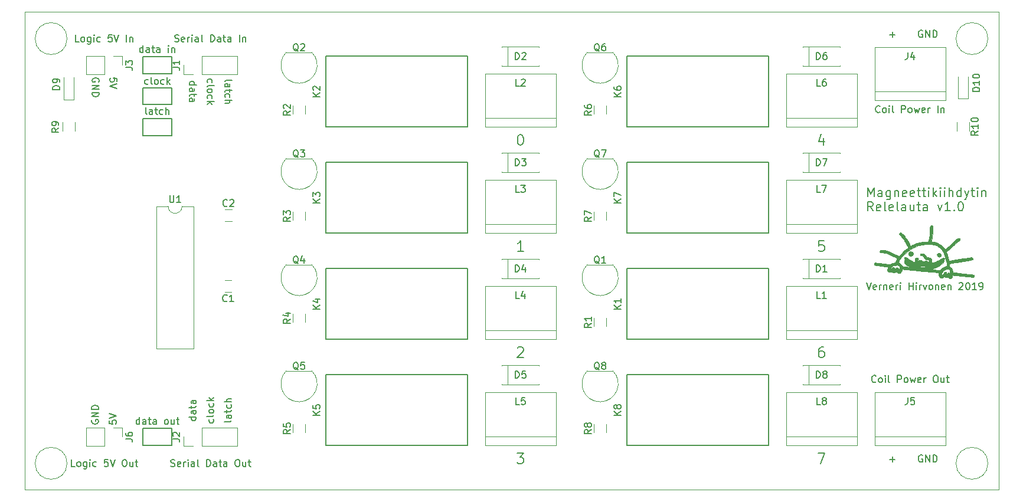
<source format=gbr>
G04 #@! TF.GenerationSoftware,KiCad,Pcbnew,(5.1.0-0)*
G04 #@! TF.CreationDate,2019-05-28T23:35:20+03:00*
G04 #@! TF.ProjectId,relelauta,72656c65-6c61-4757-9461-2e6b69636164,rev?*
G04 #@! TF.SameCoordinates,Original*
G04 #@! TF.FileFunction,Legend,Top*
G04 #@! TF.FilePolarity,Positive*
%FSLAX46Y46*%
G04 Gerber Fmt 4.6, Leading zero omitted, Abs format (unit mm)*
G04 Created by KiCad (PCBNEW (5.1.0-0)) date 2019-05-28 23:35:20*
%MOMM*%
%LPD*%
G04 APERTURE LIST*
%ADD10C,0.200000*%
%ADD11C,0.150000*%
%ADD12C,0.050000*%
%ADD13C,0.010000*%
%ADD14C,0.120000*%
G04 APERTURE END LIST*
D10*
X164875333Y-66628095D02*
X164442000Y-66009047D01*
X164132476Y-66628095D02*
X164132476Y-65328095D01*
X164627714Y-65328095D01*
X164751523Y-65390000D01*
X164813428Y-65451904D01*
X164875333Y-65575714D01*
X164875333Y-65761428D01*
X164813428Y-65885238D01*
X164751523Y-65947142D01*
X164627714Y-66009047D01*
X164132476Y-66009047D01*
X165927714Y-66566190D02*
X165803904Y-66628095D01*
X165556285Y-66628095D01*
X165432476Y-66566190D01*
X165370571Y-66442380D01*
X165370571Y-65947142D01*
X165432476Y-65823333D01*
X165556285Y-65761428D01*
X165803904Y-65761428D01*
X165927714Y-65823333D01*
X165989619Y-65947142D01*
X165989619Y-66070952D01*
X165370571Y-66194761D01*
X166732476Y-66628095D02*
X166608666Y-66566190D01*
X166546761Y-66442380D01*
X166546761Y-65328095D01*
X167722952Y-66566190D02*
X167599142Y-66628095D01*
X167351523Y-66628095D01*
X167227714Y-66566190D01*
X167165809Y-66442380D01*
X167165809Y-65947142D01*
X167227714Y-65823333D01*
X167351523Y-65761428D01*
X167599142Y-65761428D01*
X167722952Y-65823333D01*
X167784857Y-65947142D01*
X167784857Y-66070952D01*
X167165809Y-66194761D01*
X168527714Y-66628095D02*
X168403904Y-66566190D01*
X168342000Y-66442380D01*
X168342000Y-65328095D01*
X169580095Y-66628095D02*
X169580095Y-65947142D01*
X169518190Y-65823333D01*
X169394380Y-65761428D01*
X169146761Y-65761428D01*
X169022952Y-65823333D01*
X169580095Y-66566190D02*
X169456285Y-66628095D01*
X169146761Y-66628095D01*
X169022952Y-66566190D01*
X168961047Y-66442380D01*
X168961047Y-66318571D01*
X169022952Y-66194761D01*
X169146761Y-66132857D01*
X169456285Y-66132857D01*
X169580095Y-66070952D01*
X170756285Y-65761428D02*
X170756285Y-66628095D01*
X170199142Y-65761428D02*
X170199142Y-66442380D01*
X170261047Y-66566190D01*
X170384857Y-66628095D01*
X170570571Y-66628095D01*
X170694380Y-66566190D01*
X170756285Y-66504285D01*
X171189619Y-65761428D02*
X171684857Y-65761428D01*
X171375333Y-65328095D02*
X171375333Y-66442380D01*
X171437238Y-66566190D01*
X171561047Y-66628095D01*
X171684857Y-66628095D01*
X172675333Y-66628095D02*
X172675333Y-65947142D01*
X172613428Y-65823333D01*
X172489619Y-65761428D01*
X172242000Y-65761428D01*
X172118190Y-65823333D01*
X172675333Y-66566190D02*
X172551523Y-66628095D01*
X172242000Y-66628095D01*
X172118190Y-66566190D01*
X172056285Y-66442380D01*
X172056285Y-66318571D01*
X172118190Y-66194761D01*
X172242000Y-66132857D01*
X172551523Y-66132857D01*
X172675333Y-66070952D01*
X174161047Y-65761428D02*
X174470571Y-66628095D01*
X174780095Y-65761428D01*
X175956285Y-66628095D02*
X175213428Y-66628095D01*
X175584857Y-66628095D02*
X175584857Y-65328095D01*
X175461047Y-65513809D01*
X175337238Y-65637619D01*
X175213428Y-65699523D01*
X176513428Y-66504285D02*
X176575333Y-66566190D01*
X176513428Y-66628095D01*
X176451523Y-66566190D01*
X176513428Y-66504285D01*
X176513428Y-66628095D01*
X177380095Y-65328095D02*
X177503904Y-65328095D01*
X177627714Y-65390000D01*
X177689619Y-65451904D01*
X177751523Y-65575714D01*
X177813428Y-65823333D01*
X177813428Y-66132857D01*
X177751523Y-66380476D01*
X177689619Y-66504285D01*
X177627714Y-66566190D01*
X177503904Y-66628095D01*
X177380095Y-66628095D01*
X177256285Y-66566190D01*
X177194380Y-66504285D01*
X177132476Y-66380476D01*
X177070571Y-66132857D01*
X177070571Y-65823333D01*
X177132476Y-65575714D01*
X177194380Y-65451904D01*
X177256285Y-65390000D01*
X177380095Y-65328095D01*
D11*
X163934238Y-76922380D02*
X164267571Y-77922380D01*
X164600904Y-76922380D01*
X165315190Y-77874761D02*
X165219952Y-77922380D01*
X165029476Y-77922380D01*
X164934238Y-77874761D01*
X164886619Y-77779523D01*
X164886619Y-77398571D01*
X164934238Y-77303333D01*
X165029476Y-77255714D01*
X165219952Y-77255714D01*
X165315190Y-77303333D01*
X165362809Y-77398571D01*
X165362809Y-77493809D01*
X164886619Y-77589047D01*
X165791380Y-77922380D02*
X165791380Y-77255714D01*
X165791380Y-77446190D02*
X165839000Y-77350952D01*
X165886619Y-77303333D01*
X165981857Y-77255714D01*
X166077095Y-77255714D01*
X166410428Y-77255714D02*
X166410428Y-77922380D01*
X166410428Y-77350952D02*
X166458047Y-77303333D01*
X166553285Y-77255714D01*
X166696142Y-77255714D01*
X166791380Y-77303333D01*
X166839000Y-77398571D01*
X166839000Y-77922380D01*
X167696142Y-77874761D02*
X167600904Y-77922380D01*
X167410428Y-77922380D01*
X167315190Y-77874761D01*
X167267571Y-77779523D01*
X167267571Y-77398571D01*
X167315190Y-77303333D01*
X167410428Y-77255714D01*
X167600904Y-77255714D01*
X167696142Y-77303333D01*
X167743761Y-77398571D01*
X167743761Y-77493809D01*
X167267571Y-77589047D01*
X168172333Y-77922380D02*
X168172333Y-77255714D01*
X168172333Y-77446190D02*
X168219952Y-77350952D01*
X168267571Y-77303333D01*
X168362809Y-77255714D01*
X168458047Y-77255714D01*
X168791380Y-77922380D02*
X168791380Y-77255714D01*
X168791380Y-76922380D02*
X168743761Y-76970000D01*
X168791380Y-77017619D01*
X168839000Y-76970000D01*
X168791380Y-76922380D01*
X168791380Y-77017619D01*
X170029476Y-77922380D02*
X170029476Y-76922380D01*
X170029476Y-77398571D02*
X170600904Y-77398571D01*
X170600904Y-77922380D02*
X170600904Y-76922380D01*
X171077095Y-77922380D02*
X171077095Y-77255714D01*
X171077095Y-76922380D02*
X171029476Y-76970000D01*
X171077095Y-77017619D01*
X171124714Y-76970000D01*
X171077095Y-76922380D01*
X171077095Y-77017619D01*
X171553285Y-77922380D02*
X171553285Y-77255714D01*
X171553285Y-77446190D02*
X171600904Y-77350952D01*
X171648523Y-77303333D01*
X171743761Y-77255714D01*
X171839000Y-77255714D01*
X172077095Y-77255714D02*
X172315190Y-77922380D01*
X172553285Y-77255714D01*
X173077095Y-77922380D02*
X172981857Y-77874761D01*
X172934238Y-77827142D01*
X172886619Y-77731904D01*
X172886619Y-77446190D01*
X172934238Y-77350952D01*
X172981857Y-77303333D01*
X173077095Y-77255714D01*
X173219952Y-77255714D01*
X173315190Y-77303333D01*
X173362809Y-77350952D01*
X173410428Y-77446190D01*
X173410428Y-77731904D01*
X173362809Y-77827142D01*
X173315190Y-77874761D01*
X173219952Y-77922380D01*
X173077095Y-77922380D01*
X173839000Y-77255714D02*
X173839000Y-77922380D01*
X173839000Y-77350952D02*
X173886619Y-77303333D01*
X173981857Y-77255714D01*
X174124714Y-77255714D01*
X174219952Y-77303333D01*
X174267571Y-77398571D01*
X174267571Y-77922380D01*
X175124714Y-77874761D02*
X175029476Y-77922380D01*
X174839000Y-77922380D01*
X174743761Y-77874761D01*
X174696142Y-77779523D01*
X174696142Y-77398571D01*
X174743761Y-77303333D01*
X174839000Y-77255714D01*
X175029476Y-77255714D01*
X175124714Y-77303333D01*
X175172333Y-77398571D01*
X175172333Y-77493809D01*
X174696142Y-77589047D01*
X175600904Y-77255714D02*
X175600904Y-77922380D01*
X175600904Y-77350952D02*
X175648523Y-77303333D01*
X175743761Y-77255714D01*
X175886619Y-77255714D01*
X175981857Y-77303333D01*
X176029476Y-77398571D01*
X176029476Y-77922380D01*
X177219952Y-77017619D02*
X177267571Y-76970000D01*
X177362809Y-76922380D01*
X177600904Y-76922380D01*
X177696142Y-76970000D01*
X177743761Y-77017619D01*
X177791380Y-77112857D01*
X177791380Y-77208095D01*
X177743761Y-77350952D01*
X177172333Y-77922380D01*
X177791380Y-77922380D01*
X178410428Y-76922380D02*
X178505666Y-76922380D01*
X178600904Y-76970000D01*
X178648523Y-77017619D01*
X178696142Y-77112857D01*
X178743761Y-77303333D01*
X178743761Y-77541428D01*
X178696142Y-77731904D01*
X178648523Y-77827142D01*
X178600904Y-77874761D01*
X178505666Y-77922380D01*
X178410428Y-77922380D01*
X178315190Y-77874761D01*
X178267571Y-77827142D01*
X178219952Y-77731904D01*
X178172333Y-77541428D01*
X178172333Y-77303333D01*
X178219952Y-77112857D01*
X178267571Y-77017619D01*
X178315190Y-76970000D01*
X178410428Y-76922380D01*
X179696142Y-77922380D02*
X179124714Y-77922380D01*
X179410428Y-77922380D02*
X179410428Y-76922380D01*
X179315190Y-77065238D01*
X179219952Y-77160476D01*
X179124714Y-77208095D01*
X180172333Y-77922380D02*
X180362809Y-77922380D01*
X180458047Y-77874761D01*
X180505666Y-77827142D01*
X180600904Y-77684285D01*
X180648523Y-77493809D01*
X180648523Y-77112857D01*
X180600904Y-77017619D01*
X180553285Y-76970000D01*
X180458047Y-76922380D01*
X180267571Y-76922380D01*
X180172333Y-76970000D01*
X180124714Y-77017619D01*
X180077095Y-77112857D01*
X180077095Y-77350952D01*
X180124714Y-77446190D01*
X180172333Y-77493809D01*
X180267571Y-77541428D01*
X180458047Y-77541428D01*
X180553285Y-77493809D01*
X180600904Y-77446190D01*
X180648523Y-77350952D01*
D10*
X164143000Y-64596095D02*
X164143000Y-63296095D01*
X164576333Y-64224666D01*
X165009666Y-63296095D01*
X165009666Y-64596095D01*
X166185857Y-64596095D02*
X166185857Y-63915142D01*
X166123952Y-63791333D01*
X166000142Y-63729428D01*
X165752523Y-63729428D01*
X165628714Y-63791333D01*
X166185857Y-64534190D02*
X166062047Y-64596095D01*
X165752523Y-64596095D01*
X165628714Y-64534190D01*
X165566809Y-64410380D01*
X165566809Y-64286571D01*
X165628714Y-64162761D01*
X165752523Y-64100857D01*
X166062047Y-64100857D01*
X166185857Y-64038952D01*
X167362047Y-63729428D02*
X167362047Y-64781809D01*
X167300142Y-64905619D01*
X167238238Y-64967523D01*
X167114428Y-65029428D01*
X166928714Y-65029428D01*
X166804904Y-64967523D01*
X167362047Y-64534190D02*
X167238238Y-64596095D01*
X166990619Y-64596095D01*
X166866809Y-64534190D01*
X166804904Y-64472285D01*
X166743000Y-64348476D01*
X166743000Y-63977047D01*
X166804904Y-63853238D01*
X166866809Y-63791333D01*
X166990619Y-63729428D01*
X167238238Y-63729428D01*
X167362047Y-63791333D01*
X167981095Y-63729428D02*
X167981095Y-64596095D01*
X167981095Y-63853238D02*
X168043000Y-63791333D01*
X168166809Y-63729428D01*
X168352523Y-63729428D01*
X168476333Y-63791333D01*
X168538238Y-63915142D01*
X168538238Y-64596095D01*
X169652523Y-64534190D02*
X169528714Y-64596095D01*
X169281095Y-64596095D01*
X169157285Y-64534190D01*
X169095380Y-64410380D01*
X169095380Y-63915142D01*
X169157285Y-63791333D01*
X169281095Y-63729428D01*
X169528714Y-63729428D01*
X169652523Y-63791333D01*
X169714428Y-63915142D01*
X169714428Y-64038952D01*
X169095380Y-64162761D01*
X170766809Y-64534190D02*
X170643000Y-64596095D01*
X170395380Y-64596095D01*
X170271571Y-64534190D01*
X170209666Y-64410380D01*
X170209666Y-63915142D01*
X170271571Y-63791333D01*
X170395380Y-63729428D01*
X170643000Y-63729428D01*
X170766809Y-63791333D01*
X170828714Y-63915142D01*
X170828714Y-64038952D01*
X170209666Y-64162761D01*
X171200142Y-63729428D02*
X171695380Y-63729428D01*
X171385857Y-63296095D02*
X171385857Y-64410380D01*
X171447761Y-64534190D01*
X171571571Y-64596095D01*
X171695380Y-64596095D01*
X171943000Y-63729428D02*
X172438238Y-63729428D01*
X172128714Y-63296095D02*
X172128714Y-64410380D01*
X172190619Y-64534190D01*
X172314428Y-64596095D01*
X172438238Y-64596095D01*
X172871571Y-64596095D02*
X172871571Y-63729428D01*
X172871571Y-63296095D02*
X172809666Y-63358000D01*
X172871571Y-63419904D01*
X172933476Y-63358000D01*
X172871571Y-63296095D01*
X172871571Y-63419904D01*
X173490619Y-64596095D02*
X173490619Y-63296095D01*
X173614428Y-64100857D02*
X173985857Y-64596095D01*
X173985857Y-63729428D02*
X173490619Y-64224666D01*
X174543000Y-64596095D02*
X174543000Y-63729428D01*
X174543000Y-63296095D02*
X174481095Y-63358000D01*
X174543000Y-63419904D01*
X174604904Y-63358000D01*
X174543000Y-63296095D01*
X174543000Y-63419904D01*
X175162047Y-64596095D02*
X175162047Y-63729428D01*
X175162047Y-63296095D02*
X175100142Y-63358000D01*
X175162047Y-63419904D01*
X175223952Y-63358000D01*
X175162047Y-63296095D01*
X175162047Y-63419904D01*
X175781095Y-64596095D02*
X175781095Y-63296095D01*
X176338238Y-64596095D02*
X176338238Y-63915142D01*
X176276333Y-63791333D01*
X176152523Y-63729428D01*
X175966809Y-63729428D01*
X175843000Y-63791333D01*
X175781095Y-63853238D01*
X177514428Y-64596095D02*
X177514428Y-63296095D01*
X177514428Y-64534190D02*
X177390619Y-64596095D01*
X177143000Y-64596095D01*
X177019190Y-64534190D01*
X176957285Y-64472285D01*
X176895380Y-64348476D01*
X176895380Y-63977047D01*
X176957285Y-63853238D01*
X177019190Y-63791333D01*
X177143000Y-63729428D01*
X177390619Y-63729428D01*
X177514428Y-63791333D01*
X178009666Y-63729428D02*
X178319190Y-64596095D01*
X178628714Y-63729428D02*
X178319190Y-64596095D01*
X178195380Y-64905619D01*
X178133476Y-64967523D01*
X178009666Y-65029428D01*
X178938238Y-63729428D02*
X179433476Y-63729428D01*
X179123952Y-63296095D02*
X179123952Y-64410380D01*
X179185857Y-64534190D01*
X179309666Y-64596095D01*
X179433476Y-64596095D01*
X179866809Y-64596095D02*
X179866809Y-63729428D01*
X179866809Y-63296095D02*
X179804904Y-63358000D01*
X179866809Y-63419904D01*
X179928714Y-63358000D01*
X179866809Y-63296095D01*
X179866809Y-63419904D01*
X180485857Y-63729428D02*
X180485857Y-64596095D01*
X180485857Y-63853238D02*
X180547761Y-63791333D01*
X180671571Y-63729428D01*
X180857285Y-63729428D01*
X180981095Y-63791333D01*
X181043000Y-63915142D01*
X181043000Y-64596095D01*
D11*
X67762380Y-96226190D02*
X66762380Y-96226190D01*
X67714761Y-96226190D02*
X67762380Y-96321428D01*
X67762380Y-96511904D01*
X67714761Y-96607142D01*
X67667142Y-96654761D01*
X67571904Y-96702380D01*
X67286190Y-96702380D01*
X67190952Y-96654761D01*
X67143333Y-96607142D01*
X67095714Y-96511904D01*
X67095714Y-96321428D01*
X67143333Y-96226190D01*
X67762380Y-95321428D02*
X67238571Y-95321428D01*
X67143333Y-95369047D01*
X67095714Y-95464285D01*
X67095714Y-95654761D01*
X67143333Y-95750000D01*
X67714761Y-95321428D02*
X67762380Y-95416666D01*
X67762380Y-95654761D01*
X67714761Y-95750000D01*
X67619523Y-95797619D01*
X67524285Y-95797619D01*
X67429047Y-95750000D01*
X67381428Y-95654761D01*
X67381428Y-95416666D01*
X67333809Y-95321428D01*
X67095714Y-94988095D02*
X67095714Y-94607142D01*
X66762380Y-94845238D02*
X67619523Y-94845238D01*
X67714761Y-94797619D01*
X67762380Y-94702380D01*
X67762380Y-94607142D01*
X67762380Y-93845238D02*
X67238571Y-93845238D01*
X67143333Y-93892857D01*
X67095714Y-93988095D01*
X67095714Y-94178571D01*
X67143333Y-94273809D01*
X67714761Y-93845238D02*
X67762380Y-93940476D01*
X67762380Y-94178571D01*
X67714761Y-94273809D01*
X67619523Y-94321428D01*
X67524285Y-94321428D01*
X67429047Y-94273809D01*
X67381428Y-94178571D01*
X67381428Y-93940476D01*
X67333809Y-93845238D01*
X70254761Y-96559523D02*
X70302380Y-96654761D01*
X70302380Y-96845238D01*
X70254761Y-96940476D01*
X70207142Y-96988095D01*
X70111904Y-97035714D01*
X69826190Y-97035714D01*
X69730952Y-96988095D01*
X69683333Y-96940476D01*
X69635714Y-96845238D01*
X69635714Y-96654761D01*
X69683333Y-96559523D01*
X70302380Y-95988095D02*
X70254761Y-96083333D01*
X70159523Y-96130952D01*
X69302380Y-96130952D01*
X70302380Y-95464285D02*
X70254761Y-95559523D01*
X70207142Y-95607142D01*
X70111904Y-95654761D01*
X69826190Y-95654761D01*
X69730952Y-95607142D01*
X69683333Y-95559523D01*
X69635714Y-95464285D01*
X69635714Y-95321428D01*
X69683333Y-95226190D01*
X69730952Y-95178571D01*
X69826190Y-95130952D01*
X70111904Y-95130952D01*
X70207142Y-95178571D01*
X70254761Y-95226190D01*
X70302380Y-95321428D01*
X70302380Y-95464285D01*
X70254761Y-94273809D02*
X70302380Y-94369047D01*
X70302380Y-94559523D01*
X70254761Y-94654761D01*
X70207142Y-94702380D01*
X70111904Y-94750000D01*
X69826190Y-94750000D01*
X69730952Y-94702380D01*
X69683333Y-94654761D01*
X69635714Y-94559523D01*
X69635714Y-94369047D01*
X69683333Y-94273809D01*
X70302380Y-93845238D02*
X69302380Y-93845238D01*
X69921428Y-93750000D02*
X70302380Y-93464285D01*
X69635714Y-93464285D02*
X70016666Y-93845238D01*
X72842380Y-96750000D02*
X72794761Y-96845238D01*
X72699523Y-96892857D01*
X71842380Y-96892857D01*
X72842380Y-95940476D02*
X72318571Y-95940476D01*
X72223333Y-95988095D01*
X72175714Y-96083333D01*
X72175714Y-96273809D01*
X72223333Y-96369047D01*
X72794761Y-95940476D02*
X72842380Y-96035714D01*
X72842380Y-96273809D01*
X72794761Y-96369047D01*
X72699523Y-96416666D01*
X72604285Y-96416666D01*
X72509047Y-96369047D01*
X72461428Y-96273809D01*
X72461428Y-96035714D01*
X72413809Y-95940476D01*
X72175714Y-95607142D02*
X72175714Y-95226190D01*
X71842380Y-95464285D02*
X72699523Y-95464285D01*
X72794761Y-95416666D01*
X72842380Y-95321428D01*
X72842380Y-95226190D01*
X72794761Y-94464285D02*
X72842380Y-94559523D01*
X72842380Y-94750000D01*
X72794761Y-94845238D01*
X72747142Y-94892857D01*
X72651904Y-94940476D01*
X72366190Y-94940476D01*
X72270952Y-94892857D01*
X72223333Y-94845238D01*
X72175714Y-94750000D01*
X72175714Y-94559523D01*
X72223333Y-94464285D01*
X72842380Y-94035714D02*
X71842380Y-94035714D01*
X72842380Y-93607142D02*
X72318571Y-93607142D01*
X72223333Y-93654761D01*
X72175714Y-93750000D01*
X72175714Y-93892857D01*
X72223333Y-93988095D01*
X72270952Y-94035714D01*
X66857619Y-48553809D02*
X67857619Y-48553809D01*
X66905238Y-48553809D02*
X66857619Y-48458571D01*
X66857619Y-48268095D01*
X66905238Y-48172857D01*
X66952857Y-48125238D01*
X67048095Y-48077619D01*
X67333809Y-48077619D01*
X67429047Y-48125238D01*
X67476666Y-48172857D01*
X67524285Y-48268095D01*
X67524285Y-48458571D01*
X67476666Y-48553809D01*
X66857619Y-49458571D02*
X67381428Y-49458571D01*
X67476666Y-49410952D01*
X67524285Y-49315714D01*
X67524285Y-49125238D01*
X67476666Y-49030000D01*
X66905238Y-49458571D02*
X66857619Y-49363333D01*
X66857619Y-49125238D01*
X66905238Y-49030000D01*
X67000476Y-48982380D01*
X67095714Y-48982380D01*
X67190952Y-49030000D01*
X67238571Y-49125238D01*
X67238571Y-49363333D01*
X67286190Y-49458571D01*
X67524285Y-49791904D02*
X67524285Y-50172857D01*
X67857619Y-49934761D02*
X67000476Y-49934761D01*
X66905238Y-49982380D01*
X66857619Y-50077619D01*
X66857619Y-50172857D01*
X66857619Y-50934761D02*
X67381428Y-50934761D01*
X67476666Y-50887142D01*
X67524285Y-50791904D01*
X67524285Y-50601428D01*
X67476666Y-50506190D01*
X66905238Y-50934761D02*
X66857619Y-50839523D01*
X66857619Y-50601428D01*
X66905238Y-50506190D01*
X67000476Y-50458571D01*
X67095714Y-50458571D01*
X67190952Y-50506190D01*
X67238571Y-50601428D01*
X67238571Y-50839523D01*
X67286190Y-50934761D01*
X69445238Y-48220476D02*
X69397619Y-48125238D01*
X69397619Y-47934761D01*
X69445238Y-47839523D01*
X69492857Y-47791904D01*
X69588095Y-47744285D01*
X69873809Y-47744285D01*
X69969047Y-47791904D01*
X70016666Y-47839523D01*
X70064285Y-47934761D01*
X70064285Y-48125238D01*
X70016666Y-48220476D01*
X69397619Y-48791904D02*
X69445238Y-48696666D01*
X69540476Y-48649047D01*
X70397619Y-48649047D01*
X69397619Y-49315714D02*
X69445238Y-49220476D01*
X69492857Y-49172857D01*
X69588095Y-49125238D01*
X69873809Y-49125238D01*
X69969047Y-49172857D01*
X70016666Y-49220476D01*
X70064285Y-49315714D01*
X70064285Y-49458571D01*
X70016666Y-49553809D01*
X69969047Y-49601428D01*
X69873809Y-49649047D01*
X69588095Y-49649047D01*
X69492857Y-49601428D01*
X69445238Y-49553809D01*
X69397619Y-49458571D01*
X69397619Y-49315714D01*
X69445238Y-50506190D02*
X69397619Y-50410952D01*
X69397619Y-50220476D01*
X69445238Y-50125238D01*
X69492857Y-50077619D01*
X69588095Y-50030000D01*
X69873809Y-50030000D01*
X69969047Y-50077619D01*
X70016666Y-50125238D01*
X70064285Y-50220476D01*
X70064285Y-50410952D01*
X70016666Y-50506190D01*
X69397619Y-50934761D02*
X70397619Y-50934761D01*
X69778571Y-51030000D02*
X69397619Y-51315714D01*
X70064285Y-51315714D02*
X69683333Y-50934761D01*
X71937619Y-48030000D02*
X71985238Y-47934761D01*
X72080476Y-47887142D01*
X72937619Y-47887142D01*
X71937619Y-48839523D02*
X72461428Y-48839523D01*
X72556666Y-48791904D01*
X72604285Y-48696666D01*
X72604285Y-48506190D01*
X72556666Y-48410952D01*
X71985238Y-48839523D02*
X71937619Y-48744285D01*
X71937619Y-48506190D01*
X71985238Y-48410952D01*
X72080476Y-48363333D01*
X72175714Y-48363333D01*
X72270952Y-48410952D01*
X72318571Y-48506190D01*
X72318571Y-48744285D01*
X72366190Y-48839523D01*
X72604285Y-49172857D02*
X72604285Y-49553809D01*
X72937619Y-49315714D02*
X72080476Y-49315714D01*
X71985238Y-49363333D01*
X71937619Y-49458571D01*
X71937619Y-49553809D01*
X71985238Y-50315714D02*
X71937619Y-50220476D01*
X71937619Y-50030000D01*
X71985238Y-49934761D01*
X72032857Y-49887142D01*
X72128095Y-49839523D01*
X72413809Y-49839523D01*
X72509047Y-49887142D01*
X72556666Y-49934761D01*
X72604285Y-50030000D01*
X72604285Y-50220476D01*
X72556666Y-50315714D01*
X71937619Y-50744285D02*
X72937619Y-50744285D01*
X71937619Y-51172857D02*
X72461428Y-51172857D01*
X72556666Y-51125238D01*
X72604285Y-51030000D01*
X72604285Y-50887142D01*
X72556666Y-50791904D01*
X72509047Y-50744285D01*
X53840000Y-48133095D02*
X53887619Y-48037857D01*
X53887619Y-47895000D01*
X53840000Y-47752142D01*
X53744761Y-47656904D01*
X53649523Y-47609285D01*
X53459047Y-47561666D01*
X53316190Y-47561666D01*
X53125714Y-47609285D01*
X53030476Y-47656904D01*
X52935238Y-47752142D01*
X52887619Y-47895000D01*
X52887619Y-47990238D01*
X52935238Y-48133095D01*
X52982857Y-48180714D01*
X53316190Y-48180714D01*
X53316190Y-47990238D01*
X52887619Y-48609285D02*
X53887619Y-48609285D01*
X52887619Y-49180714D01*
X53887619Y-49180714D01*
X52887619Y-49656904D02*
X53887619Y-49656904D01*
X53887619Y-49895000D01*
X53840000Y-50037857D01*
X53744761Y-50133095D01*
X53649523Y-50180714D01*
X53459047Y-50228333D01*
X53316190Y-50228333D01*
X53125714Y-50180714D01*
X53030476Y-50133095D01*
X52935238Y-50037857D01*
X52887619Y-49895000D01*
X52887619Y-49656904D01*
X56427619Y-48069523D02*
X56427619Y-47593333D01*
X55951428Y-47545714D01*
X55999047Y-47593333D01*
X56046666Y-47688571D01*
X56046666Y-47926666D01*
X55999047Y-48021904D01*
X55951428Y-48069523D01*
X55856190Y-48117142D01*
X55618095Y-48117142D01*
X55522857Y-48069523D01*
X55475238Y-48021904D01*
X55427619Y-47926666D01*
X55427619Y-47688571D01*
X55475238Y-47593333D01*
X55522857Y-47545714D01*
X56427619Y-48402857D02*
X55427619Y-48736190D01*
X56427619Y-49069523D01*
X52840000Y-96646904D02*
X52792380Y-96742142D01*
X52792380Y-96885000D01*
X52840000Y-97027857D01*
X52935238Y-97123095D01*
X53030476Y-97170714D01*
X53220952Y-97218333D01*
X53363809Y-97218333D01*
X53554285Y-97170714D01*
X53649523Y-97123095D01*
X53744761Y-97027857D01*
X53792380Y-96885000D01*
X53792380Y-96789761D01*
X53744761Y-96646904D01*
X53697142Y-96599285D01*
X53363809Y-96599285D01*
X53363809Y-96789761D01*
X53792380Y-96170714D02*
X52792380Y-96170714D01*
X53792380Y-95599285D01*
X52792380Y-95599285D01*
X53792380Y-95123095D02*
X52792380Y-95123095D01*
X52792380Y-94885000D01*
X52840000Y-94742142D01*
X52935238Y-94646904D01*
X53030476Y-94599285D01*
X53220952Y-94551666D01*
X53363809Y-94551666D01*
X53554285Y-94599285D01*
X53649523Y-94646904D01*
X53744761Y-94742142D01*
X53792380Y-94885000D01*
X53792380Y-95123095D01*
X55332380Y-96710476D02*
X55332380Y-97186666D01*
X55808571Y-97234285D01*
X55760952Y-97186666D01*
X55713333Y-97091428D01*
X55713333Y-96853333D01*
X55760952Y-96758095D01*
X55808571Y-96710476D01*
X55903809Y-96662857D01*
X56141904Y-96662857D01*
X56237142Y-96710476D01*
X56284761Y-96758095D01*
X56332380Y-96853333D01*
X56332380Y-97091428D01*
X56284761Y-97186666D01*
X56237142Y-97234285D01*
X55332380Y-96377142D02*
X56332380Y-96043809D01*
X55332380Y-95710476D01*
X50419523Y-103322380D02*
X49943333Y-103322380D01*
X49943333Y-102322380D01*
X50895714Y-103322380D02*
X50800476Y-103274761D01*
X50752857Y-103227142D01*
X50705238Y-103131904D01*
X50705238Y-102846190D01*
X50752857Y-102750952D01*
X50800476Y-102703333D01*
X50895714Y-102655714D01*
X51038571Y-102655714D01*
X51133809Y-102703333D01*
X51181428Y-102750952D01*
X51229047Y-102846190D01*
X51229047Y-103131904D01*
X51181428Y-103227142D01*
X51133809Y-103274761D01*
X51038571Y-103322380D01*
X50895714Y-103322380D01*
X52086190Y-102655714D02*
X52086190Y-103465238D01*
X52038571Y-103560476D01*
X51990952Y-103608095D01*
X51895714Y-103655714D01*
X51752857Y-103655714D01*
X51657619Y-103608095D01*
X52086190Y-103274761D02*
X51990952Y-103322380D01*
X51800476Y-103322380D01*
X51705238Y-103274761D01*
X51657619Y-103227142D01*
X51610000Y-103131904D01*
X51610000Y-102846190D01*
X51657619Y-102750952D01*
X51705238Y-102703333D01*
X51800476Y-102655714D01*
X51990952Y-102655714D01*
X52086190Y-102703333D01*
X52562380Y-103322380D02*
X52562380Y-102655714D01*
X52562380Y-102322380D02*
X52514761Y-102370000D01*
X52562380Y-102417619D01*
X52610000Y-102370000D01*
X52562380Y-102322380D01*
X52562380Y-102417619D01*
X53467142Y-103274761D02*
X53371904Y-103322380D01*
X53181428Y-103322380D01*
X53086190Y-103274761D01*
X53038571Y-103227142D01*
X52990952Y-103131904D01*
X52990952Y-102846190D01*
X53038571Y-102750952D01*
X53086190Y-102703333D01*
X53181428Y-102655714D01*
X53371904Y-102655714D01*
X53467142Y-102703333D01*
X55133809Y-102322380D02*
X54657619Y-102322380D01*
X54610000Y-102798571D01*
X54657619Y-102750952D01*
X54752857Y-102703333D01*
X54990952Y-102703333D01*
X55086190Y-102750952D01*
X55133809Y-102798571D01*
X55181428Y-102893809D01*
X55181428Y-103131904D01*
X55133809Y-103227142D01*
X55086190Y-103274761D01*
X54990952Y-103322380D01*
X54752857Y-103322380D01*
X54657619Y-103274761D01*
X54610000Y-103227142D01*
X55467142Y-102322380D02*
X55800476Y-103322380D01*
X56133809Y-102322380D01*
X57419523Y-102322380D02*
X57610000Y-102322380D01*
X57705238Y-102370000D01*
X57800476Y-102465238D01*
X57848095Y-102655714D01*
X57848095Y-102989047D01*
X57800476Y-103179523D01*
X57705238Y-103274761D01*
X57610000Y-103322380D01*
X57419523Y-103322380D01*
X57324285Y-103274761D01*
X57229047Y-103179523D01*
X57181428Y-102989047D01*
X57181428Y-102655714D01*
X57229047Y-102465238D01*
X57324285Y-102370000D01*
X57419523Y-102322380D01*
X58705238Y-102655714D02*
X58705238Y-103322380D01*
X58276666Y-102655714D02*
X58276666Y-103179523D01*
X58324285Y-103274761D01*
X58419523Y-103322380D01*
X58562380Y-103322380D01*
X58657619Y-103274761D01*
X58705238Y-103227142D01*
X59038571Y-102655714D02*
X59419523Y-102655714D01*
X59181428Y-102322380D02*
X59181428Y-103179523D01*
X59229047Y-103274761D01*
X59324285Y-103322380D01*
X59419523Y-103322380D01*
X50990952Y-42362380D02*
X50514761Y-42362380D01*
X50514761Y-41362380D01*
X51467142Y-42362380D02*
X51371904Y-42314761D01*
X51324285Y-42267142D01*
X51276666Y-42171904D01*
X51276666Y-41886190D01*
X51324285Y-41790952D01*
X51371904Y-41743333D01*
X51467142Y-41695714D01*
X51610000Y-41695714D01*
X51705238Y-41743333D01*
X51752857Y-41790952D01*
X51800476Y-41886190D01*
X51800476Y-42171904D01*
X51752857Y-42267142D01*
X51705238Y-42314761D01*
X51610000Y-42362380D01*
X51467142Y-42362380D01*
X52657619Y-41695714D02*
X52657619Y-42505238D01*
X52610000Y-42600476D01*
X52562380Y-42648095D01*
X52467142Y-42695714D01*
X52324285Y-42695714D01*
X52229047Y-42648095D01*
X52657619Y-42314761D02*
X52562380Y-42362380D01*
X52371904Y-42362380D01*
X52276666Y-42314761D01*
X52229047Y-42267142D01*
X52181428Y-42171904D01*
X52181428Y-41886190D01*
X52229047Y-41790952D01*
X52276666Y-41743333D01*
X52371904Y-41695714D01*
X52562380Y-41695714D01*
X52657619Y-41743333D01*
X53133809Y-42362380D02*
X53133809Y-41695714D01*
X53133809Y-41362380D02*
X53086190Y-41410000D01*
X53133809Y-41457619D01*
X53181428Y-41410000D01*
X53133809Y-41362380D01*
X53133809Y-41457619D01*
X54038571Y-42314761D02*
X53943333Y-42362380D01*
X53752857Y-42362380D01*
X53657619Y-42314761D01*
X53610000Y-42267142D01*
X53562380Y-42171904D01*
X53562380Y-41886190D01*
X53610000Y-41790952D01*
X53657619Y-41743333D01*
X53752857Y-41695714D01*
X53943333Y-41695714D01*
X54038571Y-41743333D01*
X55705238Y-41362380D02*
X55229047Y-41362380D01*
X55181428Y-41838571D01*
X55229047Y-41790952D01*
X55324285Y-41743333D01*
X55562380Y-41743333D01*
X55657619Y-41790952D01*
X55705238Y-41838571D01*
X55752857Y-41933809D01*
X55752857Y-42171904D01*
X55705238Y-42267142D01*
X55657619Y-42314761D01*
X55562380Y-42362380D01*
X55324285Y-42362380D01*
X55229047Y-42314761D01*
X55181428Y-42267142D01*
X56038571Y-41362380D02*
X56371904Y-42362380D01*
X56705238Y-41362380D01*
X57800476Y-42362380D02*
X57800476Y-41362380D01*
X58276666Y-41695714D02*
X58276666Y-42362380D01*
X58276666Y-41790952D02*
X58324285Y-41743333D01*
X58419523Y-41695714D01*
X58562380Y-41695714D01*
X58657619Y-41743333D01*
X58705238Y-41838571D01*
X58705238Y-42362380D01*
X64159523Y-103274761D02*
X64302380Y-103322380D01*
X64540476Y-103322380D01*
X64635714Y-103274761D01*
X64683333Y-103227142D01*
X64730952Y-103131904D01*
X64730952Y-103036666D01*
X64683333Y-102941428D01*
X64635714Y-102893809D01*
X64540476Y-102846190D01*
X64350000Y-102798571D01*
X64254761Y-102750952D01*
X64207142Y-102703333D01*
X64159523Y-102608095D01*
X64159523Y-102512857D01*
X64207142Y-102417619D01*
X64254761Y-102370000D01*
X64350000Y-102322380D01*
X64588095Y-102322380D01*
X64730952Y-102370000D01*
X65540476Y-103274761D02*
X65445238Y-103322380D01*
X65254761Y-103322380D01*
X65159523Y-103274761D01*
X65111904Y-103179523D01*
X65111904Y-102798571D01*
X65159523Y-102703333D01*
X65254761Y-102655714D01*
X65445238Y-102655714D01*
X65540476Y-102703333D01*
X65588095Y-102798571D01*
X65588095Y-102893809D01*
X65111904Y-102989047D01*
X66016666Y-103322380D02*
X66016666Y-102655714D01*
X66016666Y-102846190D02*
X66064285Y-102750952D01*
X66111904Y-102703333D01*
X66207142Y-102655714D01*
X66302380Y-102655714D01*
X66635714Y-103322380D02*
X66635714Y-102655714D01*
X66635714Y-102322380D02*
X66588095Y-102370000D01*
X66635714Y-102417619D01*
X66683333Y-102370000D01*
X66635714Y-102322380D01*
X66635714Y-102417619D01*
X67540476Y-103322380D02*
X67540476Y-102798571D01*
X67492857Y-102703333D01*
X67397619Y-102655714D01*
X67207142Y-102655714D01*
X67111904Y-102703333D01*
X67540476Y-103274761D02*
X67445238Y-103322380D01*
X67207142Y-103322380D01*
X67111904Y-103274761D01*
X67064285Y-103179523D01*
X67064285Y-103084285D01*
X67111904Y-102989047D01*
X67207142Y-102941428D01*
X67445238Y-102941428D01*
X67540476Y-102893809D01*
X68159523Y-103322380D02*
X68064285Y-103274761D01*
X68016666Y-103179523D01*
X68016666Y-102322380D01*
X69302380Y-103322380D02*
X69302380Y-102322380D01*
X69540476Y-102322380D01*
X69683333Y-102370000D01*
X69778571Y-102465238D01*
X69826190Y-102560476D01*
X69873809Y-102750952D01*
X69873809Y-102893809D01*
X69826190Y-103084285D01*
X69778571Y-103179523D01*
X69683333Y-103274761D01*
X69540476Y-103322380D01*
X69302380Y-103322380D01*
X70730952Y-103322380D02*
X70730952Y-102798571D01*
X70683333Y-102703333D01*
X70588095Y-102655714D01*
X70397619Y-102655714D01*
X70302380Y-102703333D01*
X70730952Y-103274761D02*
X70635714Y-103322380D01*
X70397619Y-103322380D01*
X70302380Y-103274761D01*
X70254761Y-103179523D01*
X70254761Y-103084285D01*
X70302380Y-102989047D01*
X70397619Y-102941428D01*
X70635714Y-102941428D01*
X70730952Y-102893809D01*
X71064285Y-102655714D02*
X71445238Y-102655714D01*
X71207142Y-102322380D02*
X71207142Y-103179523D01*
X71254761Y-103274761D01*
X71350000Y-103322380D01*
X71445238Y-103322380D01*
X72207142Y-103322380D02*
X72207142Y-102798571D01*
X72159523Y-102703333D01*
X72064285Y-102655714D01*
X71873809Y-102655714D01*
X71778571Y-102703333D01*
X72207142Y-103274761D02*
X72111904Y-103322380D01*
X71873809Y-103322380D01*
X71778571Y-103274761D01*
X71730952Y-103179523D01*
X71730952Y-103084285D01*
X71778571Y-102989047D01*
X71873809Y-102941428D01*
X72111904Y-102941428D01*
X72207142Y-102893809D01*
X73635714Y-102322380D02*
X73826190Y-102322380D01*
X73921428Y-102370000D01*
X74016666Y-102465238D01*
X74064285Y-102655714D01*
X74064285Y-102989047D01*
X74016666Y-103179523D01*
X73921428Y-103274761D01*
X73826190Y-103322380D01*
X73635714Y-103322380D01*
X73540476Y-103274761D01*
X73445238Y-103179523D01*
X73397619Y-102989047D01*
X73397619Y-102655714D01*
X73445238Y-102465238D01*
X73540476Y-102370000D01*
X73635714Y-102322380D01*
X74921428Y-102655714D02*
X74921428Y-103322380D01*
X74492857Y-102655714D02*
X74492857Y-103179523D01*
X74540476Y-103274761D01*
X74635714Y-103322380D01*
X74778571Y-103322380D01*
X74873809Y-103274761D01*
X74921428Y-103227142D01*
X75254761Y-102655714D02*
X75635714Y-102655714D01*
X75397619Y-102322380D02*
X75397619Y-103179523D01*
X75445238Y-103274761D01*
X75540476Y-103322380D01*
X75635714Y-103322380D01*
X64730952Y-42314761D02*
X64873809Y-42362380D01*
X65111904Y-42362380D01*
X65207142Y-42314761D01*
X65254761Y-42267142D01*
X65302380Y-42171904D01*
X65302380Y-42076666D01*
X65254761Y-41981428D01*
X65207142Y-41933809D01*
X65111904Y-41886190D01*
X64921428Y-41838571D01*
X64826190Y-41790952D01*
X64778571Y-41743333D01*
X64730952Y-41648095D01*
X64730952Y-41552857D01*
X64778571Y-41457619D01*
X64826190Y-41410000D01*
X64921428Y-41362380D01*
X65159523Y-41362380D01*
X65302380Y-41410000D01*
X66111904Y-42314761D02*
X66016666Y-42362380D01*
X65826190Y-42362380D01*
X65730952Y-42314761D01*
X65683333Y-42219523D01*
X65683333Y-41838571D01*
X65730952Y-41743333D01*
X65826190Y-41695714D01*
X66016666Y-41695714D01*
X66111904Y-41743333D01*
X66159523Y-41838571D01*
X66159523Y-41933809D01*
X65683333Y-42029047D01*
X66588095Y-42362380D02*
X66588095Y-41695714D01*
X66588095Y-41886190D02*
X66635714Y-41790952D01*
X66683333Y-41743333D01*
X66778571Y-41695714D01*
X66873809Y-41695714D01*
X67207142Y-42362380D02*
X67207142Y-41695714D01*
X67207142Y-41362380D02*
X67159523Y-41410000D01*
X67207142Y-41457619D01*
X67254761Y-41410000D01*
X67207142Y-41362380D01*
X67207142Y-41457619D01*
X68111904Y-42362380D02*
X68111904Y-41838571D01*
X68064285Y-41743333D01*
X67969047Y-41695714D01*
X67778571Y-41695714D01*
X67683333Y-41743333D01*
X68111904Y-42314761D02*
X68016666Y-42362380D01*
X67778571Y-42362380D01*
X67683333Y-42314761D01*
X67635714Y-42219523D01*
X67635714Y-42124285D01*
X67683333Y-42029047D01*
X67778571Y-41981428D01*
X68016666Y-41981428D01*
X68111904Y-41933809D01*
X68730952Y-42362380D02*
X68635714Y-42314761D01*
X68588095Y-42219523D01*
X68588095Y-41362380D01*
X69873809Y-42362380D02*
X69873809Y-41362380D01*
X70111904Y-41362380D01*
X70254761Y-41410000D01*
X70350000Y-41505238D01*
X70397619Y-41600476D01*
X70445238Y-41790952D01*
X70445238Y-41933809D01*
X70397619Y-42124285D01*
X70350000Y-42219523D01*
X70254761Y-42314761D01*
X70111904Y-42362380D01*
X69873809Y-42362380D01*
X71302380Y-42362380D02*
X71302380Y-41838571D01*
X71254761Y-41743333D01*
X71159523Y-41695714D01*
X70969047Y-41695714D01*
X70873809Y-41743333D01*
X71302380Y-42314761D02*
X71207142Y-42362380D01*
X70969047Y-42362380D01*
X70873809Y-42314761D01*
X70826190Y-42219523D01*
X70826190Y-42124285D01*
X70873809Y-42029047D01*
X70969047Y-41981428D01*
X71207142Y-41981428D01*
X71302380Y-41933809D01*
X71635714Y-41695714D02*
X72016666Y-41695714D01*
X71778571Y-41362380D02*
X71778571Y-42219523D01*
X71826190Y-42314761D01*
X71921428Y-42362380D01*
X72016666Y-42362380D01*
X72778571Y-42362380D02*
X72778571Y-41838571D01*
X72730952Y-41743333D01*
X72635714Y-41695714D01*
X72445238Y-41695714D01*
X72350000Y-41743333D01*
X72778571Y-42314761D02*
X72683333Y-42362380D01*
X72445238Y-42362380D01*
X72350000Y-42314761D01*
X72302380Y-42219523D01*
X72302380Y-42124285D01*
X72350000Y-42029047D01*
X72445238Y-41981428D01*
X72683333Y-41981428D01*
X72778571Y-41933809D01*
X74016666Y-42362380D02*
X74016666Y-41362380D01*
X74492857Y-41695714D02*
X74492857Y-42362380D01*
X74492857Y-41790952D02*
X74540476Y-41743333D01*
X74635714Y-41695714D01*
X74778571Y-41695714D01*
X74873809Y-41743333D01*
X74921428Y-41838571D01*
X74921428Y-42362380D01*
X171958095Y-40775000D02*
X171862857Y-40727380D01*
X171720000Y-40727380D01*
X171577142Y-40775000D01*
X171481904Y-40870238D01*
X171434285Y-40965476D01*
X171386666Y-41155952D01*
X171386666Y-41298809D01*
X171434285Y-41489285D01*
X171481904Y-41584523D01*
X171577142Y-41679761D01*
X171720000Y-41727380D01*
X171815238Y-41727380D01*
X171958095Y-41679761D01*
X172005714Y-41632142D01*
X172005714Y-41298809D01*
X171815238Y-41298809D01*
X172434285Y-41727380D02*
X172434285Y-40727380D01*
X173005714Y-41727380D01*
X173005714Y-40727380D01*
X173481904Y-41727380D02*
X173481904Y-40727380D01*
X173720000Y-40727380D01*
X173862857Y-40775000D01*
X173958095Y-40870238D01*
X174005714Y-40965476D01*
X174053333Y-41155952D01*
X174053333Y-41298809D01*
X174005714Y-41489285D01*
X173958095Y-41584523D01*
X173862857Y-41679761D01*
X173720000Y-41727380D01*
X173481904Y-41727380D01*
X167259047Y-41346428D02*
X168020952Y-41346428D01*
X167640000Y-41727380D02*
X167640000Y-40965476D01*
X167259047Y-102306428D02*
X168020952Y-102306428D01*
X167640000Y-102687380D02*
X167640000Y-101925476D01*
X171958095Y-101735000D02*
X171862857Y-101687380D01*
X171720000Y-101687380D01*
X171577142Y-101735000D01*
X171481904Y-101830238D01*
X171434285Y-101925476D01*
X171386666Y-102115952D01*
X171386666Y-102258809D01*
X171434285Y-102449285D01*
X171481904Y-102544523D01*
X171577142Y-102639761D01*
X171720000Y-102687380D01*
X171815238Y-102687380D01*
X171958095Y-102639761D01*
X172005714Y-102592142D01*
X172005714Y-102258809D01*
X171815238Y-102258809D01*
X172434285Y-102687380D02*
X172434285Y-101687380D01*
X173005714Y-102687380D01*
X173005714Y-101687380D01*
X173481904Y-102687380D02*
X173481904Y-101687380D01*
X173720000Y-101687380D01*
X173862857Y-101735000D01*
X173958095Y-101830238D01*
X174005714Y-101925476D01*
X174053333Y-102115952D01*
X174053333Y-102258809D01*
X174005714Y-102449285D01*
X173958095Y-102544523D01*
X173862857Y-102639761D01*
X173720000Y-102687380D01*
X173481904Y-102687380D01*
X165299047Y-91162142D02*
X165251428Y-91209761D01*
X165108571Y-91257380D01*
X165013333Y-91257380D01*
X164870476Y-91209761D01*
X164775238Y-91114523D01*
X164727619Y-91019285D01*
X164680000Y-90828809D01*
X164680000Y-90685952D01*
X164727619Y-90495476D01*
X164775238Y-90400238D01*
X164870476Y-90305000D01*
X165013333Y-90257380D01*
X165108571Y-90257380D01*
X165251428Y-90305000D01*
X165299047Y-90352619D01*
X165870476Y-91257380D02*
X165775238Y-91209761D01*
X165727619Y-91162142D01*
X165680000Y-91066904D01*
X165680000Y-90781190D01*
X165727619Y-90685952D01*
X165775238Y-90638333D01*
X165870476Y-90590714D01*
X166013333Y-90590714D01*
X166108571Y-90638333D01*
X166156190Y-90685952D01*
X166203809Y-90781190D01*
X166203809Y-91066904D01*
X166156190Y-91162142D01*
X166108571Y-91209761D01*
X166013333Y-91257380D01*
X165870476Y-91257380D01*
X166632380Y-91257380D02*
X166632380Y-90590714D01*
X166632380Y-90257380D02*
X166584761Y-90305000D01*
X166632380Y-90352619D01*
X166680000Y-90305000D01*
X166632380Y-90257380D01*
X166632380Y-90352619D01*
X167251428Y-91257380D02*
X167156190Y-91209761D01*
X167108571Y-91114523D01*
X167108571Y-90257380D01*
X168394285Y-91257380D02*
X168394285Y-90257380D01*
X168775238Y-90257380D01*
X168870476Y-90305000D01*
X168918095Y-90352619D01*
X168965714Y-90447857D01*
X168965714Y-90590714D01*
X168918095Y-90685952D01*
X168870476Y-90733571D01*
X168775238Y-90781190D01*
X168394285Y-90781190D01*
X169537142Y-91257380D02*
X169441904Y-91209761D01*
X169394285Y-91162142D01*
X169346666Y-91066904D01*
X169346666Y-90781190D01*
X169394285Y-90685952D01*
X169441904Y-90638333D01*
X169537142Y-90590714D01*
X169680000Y-90590714D01*
X169775238Y-90638333D01*
X169822857Y-90685952D01*
X169870476Y-90781190D01*
X169870476Y-91066904D01*
X169822857Y-91162142D01*
X169775238Y-91209761D01*
X169680000Y-91257380D01*
X169537142Y-91257380D01*
X170203809Y-90590714D02*
X170394285Y-91257380D01*
X170584761Y-90781190D01*
X170775238Y-91257380D01*
X170965714Y-90590714D01*
X171727619Y-91209761D02*
X171632380Y-91257380D01*
X171441904Y-91257380D01*
X171346666Y-91209761D01*
X171299047Y-91114523D01*
X171299047Y-90733571D01*
X171346666Y-90638333D01*
X171441904Y-90590714D01*
X171632380Y-90590714D01*
X171727619Y-90638333D01*
X171775238Y-90733571D01*
X171775238Y-90828809D01*
X171299047Y-90924047D01*
X172203809Y-91257380D02*
X172203809Y-90590714D01*
X172203809Y-90781190D02*
X172251428Y-90685952D01*
X172299047Y-90638333D01*
X172394285Y-90590714D01*
X172489523Y-90590714D01*
X173775238Y-90257380D02*
X173965714Y-90257380D01*
X174060952Y-90305000D01*
X174156190Y-90400238D01*
X174203809Y-90590714D01*
X174203809Y-90924047D01*
X174156190Y-91114523D01*
X174060952Y-91209761D01*
X173965714Y-91257380D01*
X173775238Y-91257380D01*
X173680000Y-91209761D01*
X173584761Y-91114523D01*
X173537142Y-90924047D01*
X173537142Y-90590714D01*
X173584761Y-90400238D01*
X173680000Y-90305000D01*
X173775238Y-90257380D01*
X175060952Y-90590714D02*
X175060952Y-91257380D01*
X174632380Y-90590714D02*
X174632380Y-91114523D01*
X174680000Y-91209761D01*
X174775238Y-91257380D01*
X174918095Y-91257380D01*
X175013333Y-91209761D01*
X175060952Y-91162142D01*
X175394285Y-90590714D02*
X175775238Y-90590714D01*
X175537142Y-90257380D02*
X175537142Y-91114523D01*
X175584761Y-91209761D01*
X175680000Y-91257380D01*
X175775238Y-91257380D01*
X165870476Y-52427142D02*
X165822857Y-52474761D01*
X165680000Y-52522380D01*
X165584761Y-52522380D01*
X165441904Y-52474761D01*
X165346666Y-52379523D01*
X165299047Y-52284285D01*
X165251428Y-52093809D01*
X165251428Y-51950952D01*
X165299047Y-51760476D01*
X165346666Y-51665238D01*
X165441904Y-51570000D01*
X165584761Y-51522380D01*
X165680000Y-51522380D01*
X165822857Y-51570000D01*
X165870476Y-51617619D01*
X166441904Y-52522380D02*
X166346666Y-52474761D01*
X166299047Y-52427142D01*
X166251428Y-52331904D01*
X166251428Y-52046190D01*
X166299047Y-51950952D01*
X166346666Y-51903333D01*
X166441904Y-51855714D01*
X166584761Y-51855714D01*
X166680000Y-51903333D01*
X166727619Y-51950952D01*
X166775238Y-52046190D01*
X166775238Y-52331904D01*
X166727619Y-52427142D01*
X166680000Y-52474761D01*
X166584761Y-52522380D01*
X166441904Y-52522380D01*
X167203809Y-52522380D02*
X167203809Y-51855714D01*
X167203809Y-51522380D02*
X167156190Y-51570000D01*
X167203809Y-51617619D01*
X167251428Y-51570000D01*
X167203809Y-51522380D01*
X167203809Y-51617619D01*
X167822857Y-52522380D02*
X167727619Y-52474761D01*
X167680000Y-52379523D01*
X167680000Y-51522380D01*
X168965714Y-52522380D02*
X168965714Y-51522380D01*
X169346666Y-51522380D01*
X169441904Y-51570000D01*
X169489523Y-51617619D01*
X169537142Y-51712857D01*
X169537142Y-51855714D01*
X169489523Y-51950952D01*
X169441904Y-51998571D01*
X169346666Y-52046190D01*
X168965714Y-52046190D01*
X170108571Y-52522380D02*
X170013333Y-52474761D01*
X169965714Y-52427142D01*
X169918095Y-52331904D01*
X169918095Y-52046190D01*
X169965714Y-51950952D01*
X170013333Y-51903333D01*
X170108571Y-51855714D01*
X170251428Y-51855714D01*
X170346666Y-51903333D01*
X170394285Y-51950952D01*
X170441904Y-52046190D01*
X170441904Y-52331904D01*
X170394285Y-52427142D01*
X170346666Y-52474761D01*
X170251428Y-52522380D01*
X170108571Y-52522380D01*
X170775238Y-51855714D02*
X170965714Y-52522380D01*
X171156190Y-52046190D01*
X171346666Y-52522380D01*
X171537142Y-51855714D01*
X172299047Y-52474761D02*
X172203809Y-52522380D01*
X172013333Y-52522380D01*
X171918095Y-52474761D01*
X171870476Y-52379523D01*
X171870476Y-51998571D01*
X171918095Y-51903333D01*
X172013333Y-51855714D01*
X172203809Y-51855714D01*
X172299047Y-51903333D01*
X172346666Y-51998571D01*
X172346666Y-52093809D01*
X171870476Y-52189047D01*
X172775238Y-52522380D02*
X172775238Y-51855714D01*
X172775238Y-52046190D02*
X172822857Y-51950952D01*
X172870476Y-51903333D01*
X172965714Y-51855714D01*
X173060952Y-51855714D01*
X174156190Y-52522380D02*
X174156190Y-51522380D01*
X174632380Y-51855714D02*
X174632380Y-52522380D01*
X174632380Y-51950952D02*
X174680000Y-51903333D01*
X174775238Y-51855714D01*
X174918095Y-51855714D01*
X175013333Y-51903333D01*
X175060952Y-51998571D01*
X175060952Y-52522380D01*
D10*
X156980000Y-101413571D02*
X157980000Y-101413571D01*
X157337142Y-102913571D01*
X157765714Y-86173571D02*
X157480000Y-86173571D01*
X157337142Y-86245000D01*
X157265714Y-86316428D01*
X157122857Y-86530714D01*
X157051428Y-86816428D01*
X157051428Y-87387857D01*
X157122857Y-87530714D01*
X157194285Y-87602142D01*
X157337142Y-87673571D01*
X157622857Y-87673571D01*
X157765714Y-87602142D01*
X157837142Y-87530714D01*
X157908571Y-87387857D01*
X157908571Y-87030714D01*
X157837142Y-86887857D01*
X157765714Y-86816428D01*
X157622857Y-86745000D01*
X157337142Y-86745000D01*
X157194285Y-86816428D01*
X157122857Y-86887857D01*
X157051428Y-87030714D01*
X157837142Y-70933571D02*
X157122857Y-70933571D01*
X157051428Y-71647857D01*
X157122857Y-71576428D01*
X157265714Y-71505000D01*
X157622857Y-71505000D01*
X157765714Y-71576428D01*
X157837142Y-71647857D01*
X157908571Y-71790714D01*
X157908571Y-72147857D01*
X157837142Y-72290714D01*
X157765714Y-72362142D01*
X157622857Y-72433571D01*
X157265714Y-72433571D01*
X157122857Y-72362142D01*
X157051428Y-72290714D01*
X157765714Y-56193571D02*
X157765714Y-57193571D01*
X157408571Y-55622142D02*
X157051428Y-56693571D01*
X157980000Y-56693571D01*
X113800000Y-101413571D02*
X114728571Y-101413571D01*
X114228571Y-101985000D01*
X114442857Y-101985000D01*
X114585714Y-102056428D01*
X114657142Y-102127857D01*
X114728571Y-102270714D01*
X114728571Y-102627857D01*
X114657142Y-102770714D01*
X114585714Y-102842142D01*
X114442857Y-102913571D01*
X114014285Y-102913571D01*
X113871428Y-102842142D01*
X113800000Y-102770714D01*
X113871428Y-86316428D02*
X113942857Y-86245000D01*
X114085714Y-86173571D01*
X114442857Y-86173571D01*
X114585714Y-86245000D01*
X114657142Y-86316428D01*
X114728571Y-86459285D01*
X114728571Y-86602142D01*
X114657142Y-86816428D01*
X113800000Y-87673571D01*
X114728571Y-87673571D01*
X114728571Y-72433571D02*
X113871428Y-72433571D01*
X114300000Y-72433571D02*
X114300000Y-70933571D01*
X114157142Y-71147857D01*
X114014285Y-71290714D01*
X113871428Y-71362142D01*
X114228571Y-55693571D02*
X114371428Y-55693571D01*
X114514285Y-55765000D01*
X114585714Y-55836428D01*
X114657142Y-55979285D01*
X114728571Y-56265000D01*
X114728571Y-56622142D01*
X114657142Y-56907857D01*
X114585714Y-57050714D01*
X114514285Y-57122142D01*
X114371428Y-57193571D01*
X114228571Y-57193571D01*
X114085714Y-57122142D01*
X114014285Y-57050714D01*
X113942857Y-56907857D01*
X113871428Y-56622142D01*
X113871428Y-56265000D01*
X113942857Y-55979285D01*
X114014285Y-55836428D01*
X114085714Y-55765000D01*
X114228571Y-55693571D01*
D12*
X43180000Y-106680000D02*
X43180000Y-38100000D01*
X182880000Y-106680000D02*
X43180000Y-106680000D01*
X182880000Y-38100000D02*
X182880000Y-106680000D01*
X43180000Y-38100000D02*
X182880000Y-38100000D01*
D13*
G36*
X173325656Y-68746530D02*
G01*
X173404311Y-68790905D01*
X173442697Y-68870218D01*
X173438383Y-68977522D01*
X173423944Y-69027324D01*
X173400795Y-69117974D01*
X173396013Y-69219919D01*
X173406438Y-69340458D01*
X173414684Y-69485375D01*
X173411149Y-69672696D01*
X173397268Y-69889947D01*
X173374476Y-70124658D01*
X173344208Y-70364355D01*
X173307898Y-70596566D01*
X173266981Y-70808820D01*
X173222892Y-70988643D01*
X173212922Y-71022571D01*
X173215257Y-71041314D01*
X173240474Y-71056350D01*
X173296515Y-71069400D01*
X173391325Y-71082183D01*
X173532846Y-71096419D01*
X173569484Y-71099776D01*
X173708674Y-71113354D01*
X173822114Y-71128761D01*
X173919965Y-71150265D01*
X174012390Y-71182134D01*
X174109547Y-71228638D01*
X174221599Y-71294045D01*
X174358707Y-71382624D01*
X174531031Y-71498644D01*
X174550730Y-71512014D01*
X174697696Y-71616035D01*
X174810441Y-71707730D01*
X174904566Y-71801297D01*
X174995674Y-71910938D01*
X175011066Y-71930989D01*
X175098885Y-72039929D01*
X175164968Y-72108182D01*
X175205973Y-72132428D01*
X175212335Y-72130984D01*
X175298461Y-72071738D01*
X175416819Y-71980245D01*
X175559185Y-71863623D01*
X175717336Y-71728988D01*
X175883049Y-71583455D01*
X176048102Y-71434142D01*
X176204270Y-71288164D01*
X176343332Y-71152639D01*
X176346555Y-71149409D01*
X176560246Y-70942168D01*
X176744141Y-70779665D01*
X176900848Y-70660423D01*
X177032975Y-70582964D01*
X177143132Y-70545809D01*
X177233926Y-70547483D01*
X177307966Y-70586507D01*
X177320222Y-70597888D01*
X177368701Y-70681310D01*
X177367624Y-70773057D01*
X177321186Y-70850925D01*
X177264906Y-70894749D01*
X177179925Y-70947744D01*
X177119049Y-70980721D01*
X177034609Y-71034657D01*
X176922327Y-71125590D01*
X176779798Y-71255631D01*
X176604618Y-71426895D01*
X176560696Y-71471083D01*
X176407136Y-71621870D01*
X176237563Y-71781046D01*
X176066272Y-71935664D01*
X175907554Y-72072778D01*
X175796222Y-72163533D01*
X175647166Y-72280036D01*
X175536931Y-72366835D01*
X175460496Y-72429778D01*
X175412840Y-72474712D01*
X175388944Y-72507486D01*
X175383787Y-72533947D01*
X175392349Y-72559944D01*
X175409610Y-72591325D01*
X175417063Y-72605213D01*
X175441568Y-72667267D01*
X175474554Y-72771282D01*
X175512170Y-72904136D01*
X175550565Y-73052709D01*
X175560983Y-73095555D01*
X175597203Y-73244057D01*
X175631209Y-73378664D01*
X175659782Y-73486966D01*
X175679703Y-73556551D01*
X175683603Y-73568277D01*
X175725574Y-73684787D01*
X175755170Y-73757826D01*
X175780564Y-73796493D01*
X175809930Y-73809891D01*
X175851441Y-73807118D01*
X175892104Y-73800428D01*
X175961016Y-73788626D01*
X176072074Y-73768605D01*
X176211996Y-73742799D01*
X176367499Y-73713645D01*
X176431222Y-73701566D01*
X176650043Y-73661216D01*
X176889640Y-73619257D01*
X177143586Y-73576626D01*
X177405453Y-73534261D01*
X177668815Y-73493099D01*
X177927245Y-73454077D01*
X178174315Y-73418132D01*
X178403599Y-73386201D01*
X178608669Y-73359221D01*
X178783098Y-73338129D01*
X178920459Y-73323863D01*
X179014326Y-73317359D01*
X179056048Y-73318851D01*
X179126276Y-73361295D01*
X179167170Y-73434121D01*
X179176235Y-73518864D01*
X179150977Y-73597059D01*
X179100099Y-73644884D01*
X179057957Y-73656861D01*
X178968270Y-73675145D01*
X178839398Y-73698280D01*
X178679705Y-73724809D01*
X178497553Y-73753277D01*
X178359599Y-73773806D01*
X177838418Y-73851916D01*
X177341238Y-73930695D01*
X176877657Y-74008563D01*
X176457274Y-74083936D01*
X176318333Y-74110161D01*
X176175913Y-74136613D01*
X176048987Y-74158652D01*
X175950221Y-74174183D01*
X175892278Y-74181114D01*
X175887944Y-74181282D01*
X175856293Y-74185121D01*
X175837393Y-74203331D01*
X175827972Y-74247483D01*
X175824756Y-74329148D01*
X175824444Y-74405817D01*
X175824444Y-74629524D01*
X175976645Y-74716604D01*
X176067391Y-74776124D01*
X176143247Y-74839157D01*
X176178038Y-74878762D01*
X176227504Y-74981265D01*
X176269076Y-75116066D01*
X176296448Y-75259041D01*
X176303887Y-75360388D01*
X176306340Y-75433681D01*
X176312113Y-75476108D01*
X176314939Y-75480333D01*
X176366846Y-75483412D01*
X176466280Y-75492170D01*
X176606855Y-75505890D01*
X176782189Y-75523854D01*
X176985896Y-75545346D01*
X177211591Y-75569648D01*
X177452890Y-75596042D01*
X177703409Y-75623811D01*
X177956762Y-75652237D01*
X178206565Y-75680605D01*
X178446434Y-75708195D01*
X178669984Y-75734290D01*
X178870831Y-75758174D01*
X179042589Y-75779129D01*
X179178874Y-75796437D01*
X179273302Y-75809382D01*
X179319488Y-75817245D01*
X179322652Y-75818278D01*
X179381131Y-75877069D01*
X179402605Y-75957939D01*
X179389386Y-76042467D01*
X179343786Y-76112233D01*
X179281498Y-76146119D01*
X179221500Y-76151071D01*
X179122888Y-76148806D01*
X179002946Y-76139940D01*
X178948927Y-76134231D01*
X178815661Y-76118965D01*
X178677737Y-76103562D01*
X178527966Y-76087270D01*
X178359160Y-76069332D01*
X178164131Y-76048993D01*
X177935691Y-76025499D01*
X177666651Y-75998093D01*
X177349823Y-75966022D01*
X177292000Y-75960184D01*
X177075827Y-75938226D01*
X176873276Y-75917394D01*
X176692471Y-75898542D01*
X176541537Y-75882527D01*
X176428599Y-75870204D01*
X176361780Y-75862429D01*
X176353611Y-75861350D01*
X176284640Y-75854794D01*
X176254869Y-75868437D01*
X176247886Y-75912801D01*
X176247777Y-75929215D01*
X176234178Y-76019735D01*
X176199328Y-76121975D01*
X176152149Y-76216133D01*
X176101565Y-76282406D01*
X176082153Y-76296792D01*
X175974835Y-76323776D01*
X175849535Y-76304733D01*
X175824444Y-76295737D01*
X175751486Y-76250895D01*
X175706759Y-76206662D01*
X175676933Y-76175561D01*
X175637425Y-76157845D01*
X175573892Y-76150571D01*
X175471992Y-76150801D01*
X175438648Y-76151692D01*
X175289823Y-76149648D01*
X175186523Y-76134120D01*
X175152325Y-76120633D01*
X175110512Y-76102943D01*
X175064950Y-76103890D01*
X174999345Y-76126426D01*
X174919882Y-76162743D01*
X174746561Y-76225571D01*
X174598668Y-76238536D01*
X174478313Y-76203182D01*
X174387607Y-76121048D01*
X174328661Y-75993677D01*
X174303585Y-75822609D01*
X174303965Y-75788905D01*
X174668705Y-75788905D01*
X174670431Y-75831592D01*
X174688410Y-75842281D01*
X174726774Y-75833025D01*
X174795392Y-75801952D01*
X174872950Y-75753498D01*
X174880822Y-75747723D01*
X174956789Y-75663456D01*
X175001594Y-75568575D01*
X175053871Y-75460917D01*
X175128311Y-75392743D01*
X175214566Y-75368282D01*
X175302292Y-75391762D01*
X175347843Y-75427065D01*
X175382978Y-75476269D01*
X175394403Y-75538759D01*
X175382479Y-75628187D01*
X175355840Y-75730124D01*
X175353429Y-75779017D01*
X175378255Y-75791356D01*
X175418680Y-75771513D01*
X175463068Y-75723862D01*
X175488413Y-75680306D01*
X175558053Y-75575363D01*
X175640778Y-75518761D01*
X175729166Y-75512662D01*
X175815796Y-75559231D01*
X175835992Y-75579012D01*
X175901289Y-75649469D01*
X175916837Y-75478001D01*
X175916979Y-75293712D01*
X175879641Y-75150289D01*
X175804052Y-75045721D01*
X175732276Y-74996728D01*
X175623305Y-74959619D01*
X175505009Y-74958051D01*
X175371282Y-74993904D01*
X175216020Y-75069061D01*
X175033116Y-75185402D01*
X174966126Y-75232811D01*
X174834110Y-75344593D01*
X174747544Y-75462531D01*
X174696375Y-75603052D01*
X174678842Y-75702245D01*
X174668705Y-75788905D01*
X174303965Y-75788905D01*
X174304816Y-75713568D01*
X174315725Y-75520508D01*
X173383807Y-75427221D01*
X173170961Y-75405836D01*
X172911519Y-75379640D01*
X172615032Y-75349604D01*
X172291051Y-75316700D01*
X171949128Y-75281899D01*
X171598813Y-75246172D01*
X171249658Y-75210491D01*
X170911213Y-75175827D01*
X170829111Y-75167404D01*
X170530300Y-75136869D01*
X170246715Y-75108137D01*
X169983610Y-75081725D01*
X169746239Y-75058148D01*
X169539855Y-75037922D01*
X169369711Y-75021562D01*
X169241062Y-75009585D01*
X169159161Y-75002506D01*
X169130990Y-75000715D01*
X169084908Y-75007349D01*
X169052792Y-75036224D01*
X169023686Y-75100440D01*
X169007222Y-75148722D01*
X168948464Y-75312453D01*
X168891674Y-75428148D01*
X168829497Y-75503440D01*
X168754579Y-75545960D01*
X168659563Y-75563343D01*
X168606107Y-75565000D01*
X168456535Y-75544850D01*
X168326154Y-75489103D01*
X168229201Y-75404813D01*
X168203409Y-75365510D01*
X168182301Y-75332812D01*
X168158417Y-75329152D01*
X168116890Y-75357854D01*
X168074722Y-75394270D01*
X168005925Y-75446655D01*
X167938658Y-75472348D01*
X167847000Y-75480145D01*
X167821114Y-75480333D01*
X167721565Y-75475503D01*
X167657245Y-75456727D01*
X167607443Y-75417571D01*
X167602649Y-75412487D01*
X167556190Y-75369058D01*
X167514654Y-75360481D01*
X167451127Y-75381922D01*
X167445534Y-75384265D01*
X167346250Y-75411441D01*
X167230448Y-75422630D01*
X167121987Y-75417113D01*
X167048446Y-75396262D01*
X166989948Y-75335716D01*
X166952196Y-75237601D01*
X166936587Y-75117372D01*
X166941828Y-75033468D01*
X167328192Y-75033468D01*
X167513924Y-74875900D01*
X167623894Y-74790049D01*
X167712621Y-74735785D01*
X167768606Y-74718333D01*
X167851417Y-74743441D01*
X167917947Y-74806390D01*
X167949795Y-74888616D01*
X167950444Y-74901777D01*
X167960947Y-74957136D01*
X167994002Y-74965759D01*
X168051927Y-74927068D01*
X168119777Y-74859444D01*
X168215416Y-74776330D01*
X168302953Y-74747196D01*
X168388786Y-74771471D01*
X168460615Y-74829051D01*
X168517463Y-74900238D01*
X168540474Y-74978489D01*
X168543111Y-75036014D01*
X168550483Y-75139238D01*
X168572084Y-75191749D01*
X168587399Y-75198111D01*
X168598135Y-75173260D01*
X168620452Y-75107542D01*
X168649890Y-75014205D01*
X168655503Y-74995816D01*
X168693300Y-74843139D01*
X168699534Y-74725742D01*
X168672497Y-74631003D01*
X168610481Y-74546299D01*
X168592206Y-74527981D01*
X168521087Y-74468430D01*
X168448665Y-74432551D01*
X168360884Y-74417589D01*
X168243688Y-74420788D01*
X168117140Y-74434854D01*
X167915857Y-74465836D01*
X167761264Y-74503422D01*
X167643614Y-74553522D01*
X167553157Y-74622041D01*
X167480145Y-74714887D01*
X167414828Y-74837966D01*
X167400896Y-74868845D01*
X167328192Y-75033468D01*
X166941828Y-75033468D01*
X166944514Y-74990485D01*
X166977374Y-74872393D01*
X166997483Y-74831649D01*
X167031169Y-74761620D01*
X167043042Y-74711953D01*
X167039738Y-74701330D01*
X167007710Y-74692790D01*
X166926410Y-74678145D01*
X166802558Y-74658407D01*
X166642874Y-74634589D01*
X166454079Y-74607701D01*
X166242895Y-74578756D01*
X166094754Y-74559049D01*
X165870150Y-74528939D01*
X165661449Y-74499848D01*
X165475780Y-74472855D01*
X165320271Y-74449041D01*
X165202048Y-74429485D01*
X165128241Y-74415266D01*
X165107834Y-74409569D01*
X165046980Y-74356157D01*
X165022029Y-74278711D01*
X165031037Y-74195075D01*
X165072061Y-74123092D01*
X165143157Y-74080605D01*
X165143687Y-74080471D01*
X165188232Y-74079768D01*
X165281768Y-74086077D01*
X165417377Y-74098668D01*
X165588139Y-74116812D01*
X165787134Y-74139777D01*
X166007442Y-74166835D01*
X166210035Y-74192999D01*
X166442139Y-74223446D01*
X166657913Y-74251365D01*
X166850619Y-74275916D01*
X167013521Y-74296254D01*
X167139881Y-74311538D01*
X167222962Y-74320925D01*
X167254926Y-74323639D01*
X167310423Y-74305949D01*
X167378402Y-74263068D01*
X167388653Y-74254764D01*
X167491930Y-74192520D01*
X167638523Y-74138657D01*
X167815458Y-74097356D01*
X167928898Y-74080567D01*
X168088638Y-74061793D01*
X168095418Y-74039628D01*
X168489654Y-74039628D01*
X168594214Y-74067784D01*
X168680458Y-74109732D01*
X168781375Y-74186433D01*
X168882821Y-74284106D01*
X168970654Y-74388967D01*
X169030730Y-74487235D01*
X169035248Y-74497557D01*
X169060591Y-74551830D01*
X169090555Y-74588631D01*
X169136508Y-74612570D01*
X169209822Y-74628257D01*
X169321865Y-74640302D01*
X169403889Y-74647026D01*
X169550591Y-74660149D01*
X169716839Y-74677301D01*
X169864312Y-74694487D01*
X169973339Y-74706336D01*
X170059406Y-74712096D01*
X170108463Y-74710959D01*
X170114236Y-74708837D01*
X170099147Y-74688046D01*
X170045838Y-74645413D01*
X169964230Y-74588565D01*
X169921923Y-74561018D01*
X169760351Y-74454803D01*
X169639253Y-74366793D01*
X169549257Y-74288713D01*
X169480990Y-74212288D01*
X169425078Y-74129245D01*
X169416834Y-74115106D01*
X169407775Y-74094646D01*
X170137666Y-74094646D01*
X170240688Y-74187767D01*
X170338844Y-74269690D01*
X170437042Y-74334128D01*
X170548301Y-74386968D01*
X170685645Y-74434097D01*
X170862095Y-74481401D01*
X170922487Y-74496005D01*
X171091704Y-74536237D01*
X171271168Y-74578902D01*
X171438572Y-74618698D01*
X171562889Y-74648248D01*
X171745112Y-74686910D01*
X171903826Y-74707938D01*
X172059026Y-74711966D01*
X172230710Y-74699628D01*
X172414597Y-74675242D01*
X172738662Y-74621677D01*
X173018557Y-74564461D01*
X173266549Y-74500996D01*
X173340067Y-74479281D01*
X173472246Y-74439011D01*
X173628321Y-74391573D01*
X173778156Y-74346125D01*
X173802390Y-74338786D01*
X173909789Y-74304976D01*
X173991785Y-74276674D01*
X174037062Y-74257920D01*
X174042241Y-74253167D01*
X174010103Y-74254109D01*
X173935788Y-74269349D01*
X173830861Y-74295926D01*
X173706885Y-74330876D01*
X173575424Y-74371237D01*
X173552555Y-74378621D01*
X173127528Y-74497062D01*
X172720802Y-74570380D01*
X172480111Y-74592579D01*
X172157176Y-74596439D01*
X171816566Y-74575193D01*
X171471324Y-74531161D01*
X171134492Y-74466662D01*
X170819112Y-74384015D01*
X170538225Y-74285540D01*
X170395919Y-74221921D01*
X170137666Y-74094646D01*
X169407775Y-74094646D01*
X169350809Y-73965989D01*
X169334363Y-73836938D01*
X169367593Y-73730565D01*
X169400919Y-73688626D01*
X169444646Y-73641063D01*
X169450378Y-73611272D01*
X169420723Y-73577816D01*
X169415030Y-73572645D01*
X169376038Y-73507725D01*
X169362183Y-73422730D01*
X169375464Y-73344137D01*
X169395422Y-73312866D01*
X169446083Y-73280905D01*
X169510653Y-73278171D01*
X169595370Y-73307021D01*
X169706475Y-73369817D01*
X169850206Y-73468917D01*
X169894675Y-73501653D01*
X170265452Y-73748243D01*
X170645566Y-73944426D01*
X171029829Y-74087650D01*
X171160090Y-74123725D01*
X171391835Y-74175758D01*
X171635808Y-74219145D01*
X171878412Y-74252276D01*
X172106052Y-74273539D01*
X172305132Y-74281325D01*
X172444483Y-74275884D01*
X172543635Y-74263492D01*
X172591262Y-74251280D01*
X172592276Y-74240442D01*
X172551586Y-74232171D01*
X172474104Y-74227658D01*
X172364740Y-74228097D01*
X172265265Y-74232363D01*
X172118032Y-74236626D01*
X171999611Y-74227863D01*
X171983416Y-74224444D01*
X174074666Y-74224444D01*
X174088777Y-74238555D01*
X174102889Y-74224444D01*
X174088777Y-74210333D01*
X174074666Y-74224444D01*
X171983416Y-74224444D01*
X171883311Y-74203311D01*
X171826316Y-74186911D01*
X171664187Y-74148387D01*
X171540720Y-74142414D01*
X171526162Y-74144334D01*
X171408916Y-74145483D01*
X171272376Y-74120033D01*
X171133990Y-74074186D01*
X171011203Y-74014148D01*
X170921463Y-73946124D01*
X170901531Y-73922209D01*
X170868362Y-73836893D01*
X170856772Y-73721692D01*
X170866198Y-73598639D01*
X170896076Y-73489769D01*
X170913468Y-73455388D01*
X170949245Y-73403504D01*
X170987633Y-73376093D01*
X171047229Y-73365401D01*
X171133496Y-73363666D01*
X171250345Y-73370708D01*
X171321565Y-73396090D01*
X171356694Y-73446196D01*
X171365333Y-73518888D01*
X171347186Y-73612330D01*
X171295225Y-73664559D01*
X171246800Y-73674111D01*
X171202117Y-73685142D01*
X171205713Y-73712612D01*
X171255200Y-73748080D01*
X171269714Y-73755081D01*
X171342478Y-73773074D01*
X171375547Y-73762014D01*
X171418222Y-73746130D01*
X171499891Y-73729673D01*
X171603248Y-73716096D01*
X171608055Y-73715616D01*
X171712634Y-73706287D01*
X171776860Y-73706535D01*
X171816541Y-73720279D01*
X171847486Y-73751437D01*
X171868473Y-73780174D01*
X171959237Y-73860408D01*
X172043399Y-73893640D01*
X172120836Y-73908882D01*
X172170657Y-73900291D01*
X172218613Y-73862408D01*
X172226198Y-73854902D01*
X172320514Y-73797601D01*
X172433967Y-73788833D01*
X172557217Y-73828395D01*
X172615449Y-73863334D01*
X172725600Y-73939668D01*
X172828633Y-73884446D01*
X172893199Y-73840698D01*
X172929066Y-73798640D01*
X172931666Y-73788069D01*
X172906066Y-73734266D01*
X172839294Y-73683120D01*
X172746389Y-73642395D01*
X172642391Y-73619853D01*
X172601536Y-73617666D01*
X172453373Y-73598643D01*
X172328857Y-73538524D01*
X172222259Y-73432734D01*
X172127854Y-73276697D01*
X172099976Y-73216972D01*
X172054078Y-73128203D01*
X172003617Y-73078670D01*
X171930733Y-73057364D01*
X171834336Y-73053222D01*
X171731163Y-73041858D01*
X171672159Y-73003076D01*
X171648855Y-72929838D01*
X171647555Y-72898000D01*
X171655303Y-72826262D01*
X171684925Y-72780225D01*
X171745985Y-72754604D01*
X171848049Y-72744116D01*
X171928366Y-72742883D01*
X172084968Y-72751213D01*
X172199971Y-72781372D01*
X172286507Y-72841377D01*
X172357707Y-72939250D01*
X172405251Y-73034140D01*
X172473056Y-73163798D01*
X172542513Y-73246617D01*
X172624887Y-73291379D01*
X172731446Y-73306864D01*
X172755626Y-73307222D01*
X172921610Y-73333206D01*
X173070699Y-73406455D01*
X173184031Y-73514236D01*
X173223715Y-73574884D01*
X173245702Y-73638520D01*
X173254852Y-73724941D01*
X173256222Y-73808321D01*
X173254496Y-73914706D01*
X173245653Y-73981916D01*
X173224199Y-74027197D01*
X173184637Y-74067797D01*
X173169390Y-74080824D01*
X173118799Y-74126093D01*
X173096373Y-74151726D01*
X173097377Y-74153888D01*
X173129428Y-74146107D01*
X173201572Y-74125420D01*
X173300044Y-74095810D01*
X173332376Y-74085871D01*
X173465270Y-74045531D01*
X173604145Y-74004501D01*
X173719478Y-73971503D01*
X173721889Y-73970833D01*
X173835931Y-73932398D01*
X173970600Y-73873750D01*
X174132014Y-73791760D01*
X174326293Y-73683301D01*
X174559556Y-73545245D01*
X174586841Y-73528734D01*
X174760041Y-73432603D01*
X174895523Y-73377958D01*
X174994484Y-73365400D01*
X175058121Y-73395529D01*
X175087630Y-73468947D01*
X175084208Y-73586254D01*
X175049052Y-73748051D01*
X175045957Y-73759196D01*
X174970757Y-73927789D01*
X174839626Y-74097788D01*
X174653051Y-74268816D01*
X174411518Y-74440500D01*
X174115511Y-74612462D01*
X173765517Y-74784329D01*
X173654180Y-74834016D01*
X173219582Y-75024056D01*
X173343735Y-75042503D01*
X173413066Y-75051396D01*
X173526349Y-75064330D01*
X173671347Y-75079976D01*
X173835824Y-75097006D01*
X173961777Y-75109608D01*
X174455666Y-75158268D01*
X174554444Y-75062521D01*
X174628794Y-74998432D01*
X174729868Y-74921411D01*
X174836151Y-74847829D01*
X174839046Y-74845943D01*
X175038396Y-74727148D01*
X175219532Y-74640721D01*
X175369945Y-74591979D01*
X175457555Y-74572737D01*
X175457555Y-74326273D01*
X175453158Y-74180899D01*
X175436822Y-74056942D01*
X175403834Y-73927046D01*
X175371604Y-73827571D01*
X175329346Y-73694710D01*
X175281274Y-73529670D01*
X175233874Y-73355359D01*
X175200295Y-73222555D01*
X175159703Y-73068377D01*
X175113769Y-72915438D01*
X175068367Y-72782240D01*
X175032246Y-72693313D01*
X174990952Y-72603170D01*
X174961310Y-72534607D01*
X174949566Y-72502087D01*
X174949555Y-72501824D01*
X174933576Y-72474548D01*
X174890296Y-72412265D01*
X174826702Y-72324802D01*
X174764516Y-72241481D01*
X174653369Y-72105641D01*
X174532579Y-71983534D01*
X174391763Y-71866621D01*
X174220535Y-71746365D01*
X174008512Y-71614226D01*
X173983580Y-71599386D01*
X173899288Y-71553139D01*
X173820918Y-71521660D01*
X173730742Y-71500079D01*
X173611033Y-71483528D01*
X173532024Y-71475371D01*
X173253108Y-71450363D01*
X173018677Y-71434331D01*
X172817541Y-71426965D01*
X172638509Y-71427957D01*
X172470390Y-71436998D01*
X172392628Y-71443873D01*
X171895220Y-71511909D01*
X171436683Y-71615541D01*
X171009930Y-71757595D01*
X170607876Y-71940894D01*
X170223436Y-72168262D01*
X169849523Y-72442525D01*
X169813111Y-72472088D01*
X169587310Y-72661327D01*
X169394952Y-72833346D01*
X169222165Y-73001712D01*
X169055080Y-73179988D01*
X168879828Y-73381741D01*
X168864895Y-73399473D01*
X168752707Y-73536179D01*
X168671049Y-73645160D01*
X168611561Y-73739604D01*
X168565884Y-73832695D01*
X168528109Y-73930634D01*
X168489654Y-74039628D01*
X168095418Y-74039628D01*
X168137146Y-73903230D01*
X168178621Y-73785287D01*
X168232386Y-73654735D01*
X168266083Y-73582244D01*
X168346513Y-73419823D01*
X168187300Y-73349411D01*
X168101693Y-73312455D01*
X168038721Y-73286958D01*
X168014446Y-73279000D01*
X167985982Y-73267171D01*
X167915065Y-73234280D01*
X167809870Y-73184217D01*
X167678573Y-73120873D01*
X167531124Y-73049006D01*
X167238039Y-72912688D01*
X166977381Y-72808075D01*
X166737506Y-72731608D01*
X166506768Y-72679727D01*
X166273525Y-72648872D01*
X166204443Y-72643395D01*
X166061812Y-72631485D01*
X165964547Y-72617370D01*
X165901570Y-72598707D01*
X165861803Y-72573146D01*
X165858721Y-72570165D01*
X165812531Y-72488692D01*
X165815665Y-72397590D01*
X165865777Y-72315667D01*
X165894706Y-72290156D01*
X165927894Y-72273976D01*
X165976641Y-72265950D01*
X166052248Y-72264906D01*
X166166017Y-72269668D01*
X166258280Y-72274881D01*
X166534689Y-72301891D01*
X166798279Y-72351937D01*
X167062782Y-72428971D01*
X167341929Y-72536946D01*
X167627928Y-72669194D01*
X167796153Y-72750744D01*
X167971807Y-72833912D01*
X168138003Y-72910829D01*
X168277850Y-72973623D01*
X168325288Y-72994157D01*
X168596451Y-73109570D01*
X168745879Y-72947340D01*
X168916395Y-72766387D01*
X169074939Y-72608379D01*
X169237675Y-72458178D01*
X169420766Y-72300645D01*
X169552055Y-72192276D01*
X169669887Y-72094610D01*
X169770470Y-72008313D01*
X169846350Y-71940014D01*
X169890076Y-71896344D01*
X169897777Y-71884709D01*
X169884080Y-71840027D01*
X169846325Y-71756077D01*
X169789520Y-71641975D01*
X169718674Y-71506841D01*
X169638793Y-71359791D01*
X169554885Y-71209943D01*
X169471958Y-71066415D01*
X169395019Y-70938324D01*
X169329076Y-70834788D01*
X169291787Y-70781333D01*
X169234043Y-70694902D01*
X169180657Y-70601830D01*
X169178640Y-70597888D01*
X169138517Y-70539397D01*
X169067081Y-70454485D01*
X168974666Y-70354829D01*
X168878124Y-70258354D01*
X168765744Y-70147315D01*
X168690718Y-70065065D01*
X168647151Y-70004126D01*
X168629145Y-69957021D01*
X168627777Y-69940854D01*
X168652296Y-69853099D01*
X168714620Y-69784308D01*
X168797898Y-69751876D01*
X168811462Y-69751222D01*
X168863336Y-69770491D01*
X168943525Y-69822466D01*
X169042033Y-69898401D01*
X169148865Y-69989549D01*
X169254027Y-70087163D01*
X169347523Y-70182496D01*
X169419359Y-70266802D01*
X169447575Y-70307895D01*
X169494270Y-70383106D01*
X169560104Y-70484930D01*
X169632195Y-70593499D01*
X169644862Y-70612254D01*
X169697121Y-70694624D01*
X169766328Y-70811097D01*
X169846483Y-70950775D01*
X169931586Y-71102757D01*
X170015639Y-71256145D01*
X170092643Y-71400038D01*
X170156599Y-71523538D01*
X170201508Y-71615746D01*
X170216698Y-71651209D01*
X170230684Y-71675232D01*
X170255622Y-71680821D01*
X170302917Y-71665452D01*
X170383973Y-71626604D01*
X170426842Y-71604727D01*
X170803058Y-71430404D01*
X171185781Y-71292506D01*
X171586611Y-71187910D01*
X172017145Y-71113493D01*
X172402500Y-71072637D01*
X172578490Y-71057139D01*
X172703743Y-71042663D01*
X172783930Y-71028263D01*
X172824724Y-71012992D01*
X172832889Y-71000819D01*
X172839258Y-70959129D01*
X172856457Y-70875995D01*
X172881621Y-70764731D01*
X172903010Y-70674895D01*
X172950419Y-70447781D01*
X172988771Y-70200375D01*
X173016733Y-69947591D01*
X173032976Y-69704343D01*
X173036169Y-69485544D01*
X173025059Y-69306745D01*
X173011592Y-69183308D01*
X173008006Y-69097773D01*
X173015670Y-69032243D01*
X173035953Y-68968819D01*
X173054219Y-68925538D01*
X173124463Y-68810561D01*
X173210168Y-68749818D01*
X173311268Y-68743352D01*
X173325656Y-68746530D01*
X173325656Y-68746530D01*
G37*
X173325656Y-68746530D02*
X173404311Y-68790905D01*
X173442697Y-68870218D01*
X173438383Y-68977522D01*
X173423944Y-69027324D01*
X173400795Y-69117974D01*
X173396013Y-69219919D01*
X173406438Y-69340458D01*
X173414684Y-69485375D01*
X173411149Y-69672696D01*
X173397268Y-69889947D01*
X173374476Y-70124658D01*
X173344208Y-70364355D01*
X173307898Y-70596566D01*
X173266981Y-70808820D01*
X173222892Y-70988643D01*
X173212922Y-71022571D01*
X173215257Y-71041314D01*
X173240474Y-71056350D01*
X173296515Y-71069400D01*
X173391325Y-71082183D01*
X173532846Y-71096419D01*
X173569484Y-71099776D01*
X173708674Y-71113354D01*
X173822114Y-71128761D01*
X173919965Y-71150265D01*
X174012390Y-71182134D01*
X174109547Y-71228638D01*
X174221599Y-71294045D01*
X174358707Y-71382624D01*
X174531031Y-71498644D01*
X174550730Y-71512014D01*
X174697696Y-71616035D01*
X174810441Y-71707730D01*
X174904566Y-71801297D01*
X174995674Y-71910938D01*
X175011066Y-71930989D01*
X175098885Y-72039929D01*
X175164968Y-72108182D01*
X175205973Y-72132428D01*
X175212335Y-72130984D01*
X175298461Y-72071738D01*
X175416819Y-71980245D01*
X175559185Y-71863623D01*
X175717336Y-71728988D01*
X175883049Y-71583455D01*
X176048102Y-71434142D01*
X176204270Y-71288164D01*
X176343332Y-71152639D01*
X176346555Y-71149409D01*
X176560246Y-70942168D01*
X176744141Y-70779665D01*
X176900848Y-70660423D01*
X177032975Y-70582964D01*
X177143132Y-70545809D01*
X177233926Y-70547483D01*
X177307966Y-70586507D01*
X177320222Y-70597888D01*
X177368701Y-70681310D01*
X177367624Y-70773057D01*
X177321186Y-70850925D01*
X177264906Y-70894749D01*
X177179925Y-70947744D01*
X177119049Y-70980721D01*
X177034609Y-71034657D01*
X176922327Y-71125590D01*
X176779798Y-71255631D01*
X176604618Y-71426895D01*
X176560696Y-71471083D01*
X176407136Y-71621870D01*
X176237563Y-71781046D01*
X176066272Y-71935664D01*
X175907554Y-72072778D01*
X175796222Y-72163533D01*
X175647166Y-72280036D01*
X175536931Y-72366835D01*
X175460496Y-72429778D01*
X175412840Y-72474712D01*
X175388944Y-72507486D01*
X175383787Y-72533947D01*
X175392349Y-72559944D01*
X175409610Y-72591325D01*
X175417063Y-72605213D01*
X175441568Y-72667267D01*
X175474554Y-72771282D01*
X175512170Y-72904136D01*
X175550565Y-73052709D01*
X175560983Y-73095555D01*
X175597203Y-73244057D01*
X175631209Y-73378664D01*
X175659782Y-73486966D01*
X175679703Y-73556551D01*
X175683603Y-73568277D01*
X175725574Y-73684787D01*
X175755170Y-73757826D01*
X175780564Y-73796493D01*
X175809930Y-73809891D01*
X175851441Y-73807118D01*
X175892104Y-73800428D01*
X175961016Y-73788626D01*
X176072074Y-73768605D01*
X176211996Y-73742799D01*
X176367499Y-73713645D01*
X176431222Y-73701566D01*
X176650043Y-73661216D01*
X176889640Y-73619257D01*
X177143586Y-73576626D01*
X177405453Y-73534261D01*
X177668815Y-73493099D01*
X177927245Y-73454077D01*
X178174315Y-73418132D01*
X178403599Y-73386201D01*
X178608669Y-73359221D01*
X178783098Y-73338129D01*
X178920459Y-73323863D01*
X179014326Y-73317359D01*
X179056048Y-73318851D01*
X179126276Y-73361295D01*
X179167170Y-73434121D01*
X179176235Y-73518864D01*
X179150977Y-73597059D01*
X179100099Y-73644884D01*
X179057957Y-73656861D01*
X178968270Y-73675145D01*
X178839398Y-73698280D01*
X178679705Y-73724809D01*
X178497553Y-73753277D01*
X178359599Y-73773806D01*
X177838418Y-73851916D01*
X177341238Y-73930695D01*
X176877657Y-74008563D01*
X176457274Y-74083936D01*
X176318333Y-74110161D01*
X176175913Y-74136613D01*
X176048987Y-74158652D01*
X175950221Y-74174183D01*
X175892278Y-74181114D01*
X175887944Y-74181282D01*
X175856293Y-74185121D01*
X175837393Y-74203331D01*
X175827972Y-74247483D01*
X175824756Y-74329148D01*
X175824444Y-74405817D01*
X175824444Y-74629524D01*
X175976645Y-74716604D01*
X176067391Y-74776124D01*
X176143247Y-74839157D01*
X176178038Y-74878762D01*
X176227504Y-74981265D01*
X176269076Y-75116066D01*
X176296448Y-75259041D01*
X176303887Y-75360388D01*
X176306340Y-75433681D01*
X176312113Y-75476108D01*
X176314939Y-75480333D01*
X176366846Y-75483412D01*
X176466280Y-75492170D01*
X176606855Y-75505890D01*
X176782189Y-75523854D01*
X176985896Y-75545346D01*
X177211591Y-75569648D01*
X177452890Y-75596042D01*
X177703409Y-75623811D01*
X177956762Y-75652237D01*
X178206565Y-75680605D01*
X178446434Y-75708195D01*
X178669984Y-75734290D01*
X178870831Y-75758174D01*
X179042589Y-75779129D01*
X179178874Y-75796437D01*
X179273302Y-75809382D01*
X179319488Y-75817245D01*
X179322652Y-75818278D01*
X179381131Y-75877069D01*
X179402605Y-75957939D01*
X179389386Y-76042467D01*
X179343786Y-76112233D01*
X179281498Y-76146119D01*
X179221500Y-76151071D01*
X179122888Y-76148806D01*
X179002946Y-76139940D01*
X178948927Y-76134231D01*
X178815661Y-76118965D01*
X178677737Y-76103562D01*
X178527966Y-76087270D01*
X178359160Y-76069332D01*
X178164131Y-76048993D01*
X177935691Y-76025499D01*
X177666651Y-75998093D01*
X177349823Y-75966022D01*
X177292000Y-75960184D01*
X177075827Y-75938226D01*
X176873276Y-75917394D01*
X176692471Y-75898542D01*
X176541537Y-75882527D01*
X176428599Y-75870204D01*
X176361780Y-75862429D01*
X176353611Y-75861350D01*
X176284640Y-75854794D01*
X176254869Y-75868437D01*
X176247886Y-75912801D01*
X176247777Y-75929215D01*
X176234178Y-76019735D01*
X176199328Y-76121975D01*
X176152149Y-76216133D01*
X176101565Y-76282406D01*
X176082153Y-76296792D01*
X175974835Y-76323776D01*
X175849535Y-76304733D01*
X175824444Y-76295737D01*
X175751486Y-76250895D01*
X175706759Y-76206662D01*
X175676933Y-76175561D01*
X175637425Y-76157845D01*
X175573892Y-76150571D01*
X175471992Y-76150801D01*
X175438648Y-76151692D01*
X175289823Y-76149648D01*
X175186523Y-76134120D01*
X175152325Y-76120633D01*
X175110512Y-76102943D01*
X175064950Y-76103890D01*
X174999345Y-76126426D01*
X174919882Y-76162743D01*
X174746561Y-76225571D01*
X174598668Y-76238536D01*
X174478313Y-76203182D01*
X174387607Y-76121048D01*
X174328661Y-75993677D01*
X174303585Y-75822609D01*
X174303965Y-75788905D01*
X174668705Y-75788905D01*
X174670431Y-75831592D01*
X174688410Y-75842281D01*
X174726774Y-75833025D01*
X174795392Y-75801952D01*
X174872950Y-75753498D01*
X174880822Y-75747723D01*
X174956789Y-75663456D01*
X175001594Y-75568575D01*
X175053871Y-75460917D01*
X175128311Y-75392743D01*
X175214566Y-75368282D01*
X175302292Y-75391762D01*
X175347843Y-75427065D01*
X175382978Y-75476269D01*
X175394403Y-75538759D01*
X175382479Y-75628187D01*
X175355840Y-75730124D01*
X175353429Y-75779017D01*
X175378255Y-75791356D01*
X175418680Y-75771513D01*
X175463068Y-75723862D01*
X175488413Y-75680306D01*
X175558053Y-75575363D01*
X175640778Y-75518761D01*
X175729166Y-75512662D01*
X175815796Y-75559231D01*
X175835992Y-75579012D01*
X175901289Y-75649469D01*
X175916837Y-75478001D01*
X175916979Y-75293712D01*
X175879641Y-75150289D01*
X175804052Y-75045721D01*
X175732276Y-74996728D01*
X175623305Y-74959619D01*
X175505009Y-74958051D01*
X175371282Y-74993904D01*
X175216020Y-75069061D01*
X175033116Y-75185402D01*
X174966126Y-75232811D01*
X174834110Y-75344593D01*
X174747544Y-75462531D01*
X174696375Y-75603052D01*
X174678842Y-75702245D01*
X174668705Y-75788905D01*
X174303965Y-75788905D01*
X174304816Y-75713568D01*
X174315725Y-75520508D01*
X173383807Y-75427221D01*
X173170961Y-75405836D01*
X172911519Y-75379640D01*
X172615032Y-75349604D01*
X172291051Y-75316700D01*
X171949128Y-75281899D01*
X171598813Y-75246172D01*
X171249658Y-75210491D01*
X170911213Y-75175827D01*
X170829111Y-75167404D01*
X170530300Y-75136869D01*
X170246715Y-75108137D01*
X169983610Y-75081725D01*
X169746239Y-75058148D01*
X169539855Y-75037922D01*
X169369711Y-75021562D01*
X169241062Y-75009585D01*
X169159161Y-75002506D01*
X169130990Y-75000715D01*
X169084908Y-75007349D01*
X169052792Y-75036224D01*
X169023686Y-75100440D01*
X169007222Y-75148722D01*
X168948464Y-75312453D01*
X168891674Y-75428148D01*
X168829497Y-75503440D01*
X168754579Y-75545960D01*
X168659563Y-75563343D01*
X168606107Y-75565000D01*
X168456535Y-75544850D01*
X168326154Y-75489103D01*
X168229201Y-75404813D01*
X168203409Y-75365510D01*
X168182301Y-75332812D01*
X168158417Y-75329152D01*
X168116890Y-75357854D01*
X168074722Y-75394270D01*
X168005925Y-75446655D01*
X167938658Y-75472348D01*
X167847000Y-75480145D01*
X167821114Y-75480333D01*
X167721565Y-75475503D01*
X167657245Y-75456727D01*
X167607443Y-75417571D01*
X167602649Y-75412487D01*
X167556190Y-75369058D01*
X167514654Y-75360481D01*
X167451127Y-75381922D01*
X167445534Y-75384265D01*
X167346250Y-75411441D01*
X167230448Y-75422630D01*
X167121987Y-75417113D01*
X167048446Y-75396262D01*
X166989948Y-75335716D01*
X166952196Y-75237601D01*
X166936587Y-75117372D01*
X166941828Y-75033468D01*
X167328192Y-75033468D01*
X167513924Y-74875900D01*
X167623894Y-74790049D01*
X167712621Y-74735785D01*
X167768606Y-74718333D01*
X167851417Y-74743441D01*
X167917947Y-74806390D01*
X167949795Y-74888616D01*
X167950444Y-74901777D01*
X167960947Y-74957136D01*
X167994002Y-74965759D01*
X168051927Y-74927068D01*
X168119777Y-74859444D01*
X168215416Y-74776330D01*
X168302953Y-74747196D01*
X168388786Y-74771471D01*
X168460615Y-74829051D01*
X168517463Y-74900238D01*
X168540474Y-74978489D01*
X168543111Y-75036014D01*
X168550483Y-75139238D01*
X168572084Y-75191749D01*
X168587399Y-75198111D01*
X168598135Y-75173260D01*
X168620452Y-75107542D01*
X168649890Y-75014205D01*
X168655503Y-74995816D01*
X168693300Y-74843139D01*
X168699534Y-74725742D01*
X168672497Y-74631003D01*
X168610481Y-74546299D01*
X168592206Y-74527981D01*
X168521087Y-74468430D01*
X168448665Y-74432551D01*
X168360884Y-74417589D01*
X168243688Y-74420788D01*
X168117140Y-74434854D01*
X167915857Y-74465836D01*
X167761264Y-74503422D01*
X167643614Y-74553522D01*
X167553157Y-74622041D01*
X167480145Y-74714887D01*
X167414828Y-74837966D01*
X167400896Y-74868845D01*
X167328192Y-75033468D01*
X166941828Y-75033468D01*
X166944514Y-74990485D01*
X166977374Y-74872393D01*
X166997483Y-74831649D01*
X167031169Y-74761620D01*
X167043042Y-74711953D01*
X167039738Y-74701330D01*
X167007710Y-74692790D01*
X166926410Y-74678145D01*
X166802558Y-74658407D01*
X166642874Y-74634589D01*
X166454079Y-74607701D01*
X166242895Y-74578756D01*
X166094754Y-74559049D01*
X165870150Y-74528939D01*
X165661449Y-74499848D01*
X165475780Y-74472855D01*
X165320271Y-74449041D01*
X165202048Y-74429485D01*
X165128241Y-74415266D01*
X165107834Y-74409569D01*
X165046980Y-74356157D01*
X165022029Y-74278711D01*
X165031037Y-74195075D01*
X165072061Y-74123092D01*
X165143157Y-74080605D01*
X165143687Y-74080471D01*
X165188232Y-74079768D01*
X165281768Y-74086077D01*
X165417377Y-74098668D01*
X165588139Y-74116812D01*
X165787134Y-74139777D01*
X166007442Y-74166835D01*
X166210035Y-74192999D01*
X166442139Y-74223446D01*
X166657913Y-74251365D01*
X166850619Y-74275916D01*
X167013521Y-74296254D01*
X167139881Y-74311538D01*
X167222962Y-74320925D01*
X167254926Y-74323639D01*
X167310423Y-74305949D01*
X167378402Y-74263068D01*
X167388653Y-74254764D01*
X167491930Y-74192520D01*
X167638523Y-74138657D01*
X167815458Y-74097356D01*
X167928898Y-74080567D01*
X168088638Y-74061793D01*
X168095418Y-74039628D01*
X168489654Y-74039628D01*
X168594214Y-74067784D01*
X168680458Y-74109732D01*
X168781375Y-74186433D01*
X168882821Y-74284106D01*
X168970654Y-74388967D01*
X169030730Y-74487235D01*
X169035248Y-74497557D01*
X169060591Y-74551830D01*
X169090555Y-74588631D01*
X169136508Y-74612570D01*
X169209822Y-74628257D01*
X169321865Y-74640302D01*
X169403889Y-74647026D01*
X169550591Y-74660149D01*
X169716839Y-74677301D01*
X169864312Y-74694487D01*
X169973339Y-74706336D01*
X170059406Y-74712096D01*
X170108463Y-74710959D01*
X170114236Y-74708837D01*
X170099147Y-74688046D01*
X170045838Y-74645413D01*
X169964230Y-74588565D01*
X169921923Y-74561018D01*
X169760351Y-74454803D01*
X169639253Y-74366793D01*
X169549257Y-74288713D01*
X169480990Y-74212288D01*
X169425078Y-74129245D01*
X169416834Y-74115106D01*
X169407775Y-74094646D01*
X170137666Y-74094646D01*
X170240688Y-74187767D01*
X170338844Y-74269690D01*
X170437042Y-74334128D01*
X170548301Y-74386968D01*
X170685645Y-74434097D01*
X170862095Y-74481401D01*
X170922487Y-74496005D01*
X171091704Y-74536237D01*
X171271168Y-74578902D01*
X171438572Y-74618698D01*
X171562889Y-74648248D01*
X171745112Y-74686910D01*
X171903826Y-74707938D01*
X172059026Y-74711966D01*
X172230710Y-74699628D01*
X172414597Y-74675242D01*
X172738662Y-74621677D01*
X173018557Y-74564461D01*
X173266549Y-74500996D01*
X173340067Y-74479281D01*
X173472246Y-74439011D01*
X173628321Y-74391573D01*
X173778156Y-74346125D01*
X173802390Y-74338786D01*
X173909789Y-74304976D01*
X173991785Y-74276674D01*
X174037062Y-74257920D01*
X174042241Y-74253167D01*
X174010103Y-74254109D01*
X173935788Y-74269349D01*
X173830861Y-74295926D01*
X173706885Y-74330876D01*
X173575424Y-74371237D01*
X173552555Y-74378621D01*
X173127528Y-74497062D01*
X172720802Y-74570380D01*
X172480111Y-74592579D01*
X172157176Y-74596439D01*
X171816566Y-74575193D01*
X171471324Y-74531161D01*
X171134492Y-74466662D01*
X170819112Y-74384015D01*
X170538225Y-74285540D01*
X170395919Y-74221921D01*
X170137666Y-74094646D01*
X169407775Y-74094646D01*
X169350809Y-73965989D01*
X169334363Y-73836938D01*
X169367593Y-73730565D01*
X169400919Y-73688626D01*
X169444646Y-73641063D01*
X169450378Y-73611272D01*
X169420723Y-73577816D01*
X169415030Y-73572645D01*
X169376038Y-73507725D01*
X169362183Y-73422730D01*
X169375464Y-73344137D01*
X169395422Y-73312866D01*
X169446083Y-73280905D01*
X169510653Y-73278171D01*
X169595370Y-73307021D01*
X169706475Y-73369817D01*
X169850206Y-73468917D01*
X169894675Y-73501653D01*
X170265452Y-73748243D01*
X170645566Y-73944426D01*
X171029829Y-74087650D01*
X171160090Y-74123725D01*
X171391835Y-74175758D01*
X171635808Y-74219145D01*
X171878412Y-74252276D01*
X172106052Y-74273539D01*
X172305132Y-74281325D01*
X172444483Y-74275884D01*
X172543635Y-74263492D01*
X172591262Y-74251280D01*
X172592276Y-74240442D01*
X172551586Y-74232171D01*
X172474104Y-74227658D01*
X172364740Y-74228097D01*
X172265265Y-74232363D01*
X172118032Y-74236626D01*
X171999611Y-74227863D01*
X171983416Y-74224444D01*
X174074666Y-74224444D01*
X174088777Y-74238555D01*
X174102889Y-74224444D01*
X174088777Y-74210333D01*
X174074666Y-74224444D01*
X171983416Y-74224444D01*
X171883311Y-74203311D01*
X171826316Y-74186911D01*
X171664187Y-74148387D01*
X171540720Y-74142414D01*
X171526162Y-74144334D01*
X171408916Y-74145483D01*
X171272376Y-74120033D01*
X171133990Y-74074186D01*
X171011203Y-74014148D01*
X170921463Y-73946124D01*
X170901531Y-73922209D01*
X170868362Y-73836893D01*
X170856772Y-73721692D01*
X170866198Y-73598639D01*
X170896076Y-73489769D01*
X170913468Y-73455388D01*
X170949245Y-73403504D01*
X170987633Y-73376093D01*
X171047229Y-73365401D01*
X171133496Y-73363666D01*
X171250345Y-73370708D01*
X171321565Y-73396090D01*
X171356694Y-73446196D01*
X171365333Y-73518888D01*
X171347186Y-73612330D01*
X171295225Y-73664559D01*
X171246800Y-73674111D01*
X171202117Y-73685142D01*
X171205713Y-73712612D01*
X171255200Y-73748080D01*
X171269714Y-73755081D01*
X171342478Y-73773074D01*
X171375547Y-73762014D01*
X171418222Y-73746130D01*
X171499891Y-73729673D01*
X171603248Y-73716096D01*
X171608055Y-73715616D01*
X171712634Y-73706287D01*
X171776860Y-73706535D01*
X171816541Y-73720279D01*
X171847486Y-73751437D01*
X171868473Y-73780174D01*
X171959237Y-73860408D01*
X172043399Y-73893640D01*
X172120836Y-73908882D01*
X172170657Y-73900291D01*
X172218613Y-73862408D01*
X172226198Y-73854902D01*
X172320514Y-73797601D01*
X172433967Y-73788833D01*
X172557217Y-73828395D01*
X172615449Y-73863334D01*
X172725600Y-73939668D01*
X172828633Y-73884446D01*
X172893199Y-73840698D01*
X172929066Y-73798640D01*
X172931666Y-73788069D01*
X172906066Y-73734266D01*
X172839294Y-73683120D01*
X172746389Y-73642395D01*
X172642391Y-73619853D01*
X172601536Y-73617666D01*
X172453373Y-73598643D01*
X172328857Y-73538524D01*
X172222259Y-73432734D01*
X172127854Y-73276697D01*
X172099976Y-73216972D01*
X172054078Y-73128203D01*
X172003617Y-73078670D01*
X171930733Y-73057364D01*
X171834336Y-73053222D01*
X171731163Y-73041858D01*
X171672159Y-73003076D01*
X171648855Y-72929838D01*
X171647555Y-72898000D01*
X171655303Y-72826262D01*
X171684925Y-72780225D01*
X171745985Y-72754604D01*
X171848049Y-72744116D01*
X171928366Y-72742883D01*
X172084968Y-72751213D01*
X172199971Y-72781372D01*
X172286507Y-72841377D01*
X172357707Y-72939250D01*
X172405251Y-73034140D01*
X172473056Y-73163798D01*
X172542513Y-73246617D01*
X172624887Y-73291379D01*
X172731446Y-73306864D01*
X172755626Y-73307222D01*
X172921610Y-73333206D01*
X173070699Y-73406455D01*
X173184031Y-73514236D01*
X173223715Y-73574884D01*
X173245702Y-73638520D01*
X173254852Y-73724941D01*
X173256222Y-73808321D01*
X173254496Y-73914706D01*
X173245653Y-73981916D01*
X173224199Y-74027197D01*
X173184637Y-74067797D01*
X173169390Y-74080824D01*
X173118799Y-74126093D01*
X173096373Y-74151726D01*
X173097377Y-74153888D01*
X173129428Y-74146107D01*
X173201572Y-74125420D01*
X173300044Y-74095810D01*
X173332376Y-74085871D01*
X173465270Y-74045531D01*
X173604145Y-74004501D01*
X173719478Y-73971503D01*
X173721889Y-73970833D01*
X173835931Y-73932398D01*
X173970600Y-73873750D01*
X174132014Y-73791760D01*
X174326293Y-73683301D01*
X174559556Y-73545245D01*
X174586841Y-73528734D01*
X174760041Y-73432603D01*
X174895523Y-73377958D01*
X174994484Y-73365400D01*
X175058121Y-73395529D01*
X175087630Y-73468947D01*
X175084208Y-73586254D01*
X175049052Y-73748051D01*
X175045957Y-73759196D01*
X174970757Y-73927789D01*
X174839626Y-74097788D01*
X174653051Y-74268816D01*
X174411518Y-74440500D01*
X174115511Y-74612462D01*
X173765517Y-74784329D01*
X173654180Y-74834016D01*
X173219582Y-75024056D01*
X173343735Y-75042503D01*
X173413066Y-75051396D01*
X173526349Y-75064330D01*
X173671347Y-75079976D01*
X173835824Y-75097006D01*
X173961777Y-75109608D01*
X174455666Y-75158268D01*
X174554444Y-75062521D01*
X174628794Y-74998432D01*
X174729868Y-74921411D01*
X174836151Y-74847829D01*
X174839046Y-74845943D01*
X175038396Y-74727148D01*
X175219532Y-74640721D01*
X175369945Y-74591979D01*
X175457555Y-74572737D01*
X175457555Y-74326273D01*
X175453158Y-74180899D01*
X175436822Y-74056942D01*
X175403834Y-73927046D01*
X175371604Y-73827571D01*
X175329346Y-73694710D01*
X175281274Y-73529670D01*
X175233874Y-73355359D01*
X175200295Y-73222555D01*
X175159703Y-73068377D01*
X175113769Y-72915438D01*
X175068367Y-72782240D01*
X175032246Y-72693313D01*
X174990952Y-72603170D01*
X174961310Y-72534607D01*
X174949566Y-72502087D01*
X174949555Y-72501824D01*
X174933576Y-72474548D01*
X174890296Y-72412265D01*
X174826702Y-72324802D01*
X174764516Y-72241481D01*
X174653369Y-72105641D01*
X174532579Y-71983534D01*
X174391763Y-71866621D01*
X174220535Y-71746365D01*
X174008512Y-71614226D01*
X173983580Y-71599386D01*
X173899288Y-71553139D01*
X173820918Y-71521660D01*
X173730742Y-71500079D01*
X173611033Y-71483528D01*
X173532024Y-71475371D01*
X173253108Y-71450363D01*
X173018677Y-71434331D01*
X172817541Y-71426965D01*
X172638509Y-71427957D01*
X172470390Y-71436998D01*
X172392628Y-71443873D01*
X171895220Y-71511909D01*
X171436683Y-71615541D01*
X171009930Y-71757595D01*
X170607876Y-71940894D01*
X170223436Y-72168262D01*
X169849523Y-72442525D01*
X169813111Y-72472088D01*
X169587310Y-72661327D01*
X169394952Y-72833346D01*
X169222165Y-73001712D01*
X169055080Y-73179988D01*
X168879828Y-73381741D01*
X168864895Y-73399473D01*
X168752707Y-73536179D01*
X168671049Y-73645160D01*
X168611561Y-73739604D01*
X168565884Y-73832695D01*
X168528109Y-73930634D01*
X168489654Y-74039628D01*
X168095418Y-74039628D01*
X168137146Y-73903230D01*
X168178621Y-73785287D01*
X168232386Y-73654735D01*
X168266083Y-73582244D01*
X168346513Y-73419823D01*
X168187300Y-73349411D01*
X168101693Y-73312455D01*
X168038721Y-73286958D01*
X168014446Y-73279000D01*
X167985982Y-73267171D01*
X167915065Y-73234280D01*
X167809870Y-73184217D01*
X167678573Y-73120873D01*
X167531124Y-73049006D01*
X167238039Y-72912688D01*
X166977381Y-72808075D01*
X166737506Y-72731608D01*
X166506768Y-72679727D01*
X166273525Y-72648872D01*
X166204443Y-72643395D01*
X166061812Y-72631485D01*
X165964547Y-72617370D01*
X165901570Y-72598707D01*
X165861803Y-72573146D01*
X165858721Y-72570165D01*
X165812531Y-72488692D01*
X165815665Y-72397590D01*
X165865777Y-72315667D01*
X165894706Y-72290156D01*
X165927894Y-72273976D01*
X165976641Y-72265950D01*
X166052248Y-72264906D01*
X166166017Y-72269668D01*
X166258280Y-72274881D01*
X166534689Y-72301891D01*
X166798279Y-72351937D01*
X167062782Y-72428971D01*
X167341929Y-72536946D01*
X167627928Y-72669194D01*
X167796153Y-72750744D01*
X167971807Y-72833912D01*
X168138003Y-72910829D01*
X168277850Y-72973623D01*
X168325288Y-72994157D01*
X168596451Y-73109570D01*
X168745879Y-72947340D01*
X168916395Y-72766387D01*
X169074939Y-72608379D01*
X169237675Y-72458178D01*
X169420766Y-72300645D01*
X169552055Y-72192276D01*
X169669887Y-72094610D01*
X169770470Y-72008313D01*
X169846350Y-71940014D01*
X169890076Y-71896344D01*
X169897777Y-71884709D01*
X169884080Y-71840027D01*
X169846325Y-71756077D01*
X169789520Y-71641975D01*
X169718674Y-71506841D01*
X169638793Y-71359791D01*
X169554885Y-71209943D01*
X169471958Y-71066415D01*
X169395019Y-70938324D01*
X169329076Y-70834788D01*
X169291787Y-70781333D01*
X169234043Y-70694902D01*
X169180657Y-70601830D01*
X169178640Y-70597888D01*
X169138517Y-70539397D01*
X169067081Y-70454485D01*
X168974666Y-70354829D01*
X168878124Y-70258354D01*
X168765744Y-70147315D01*
X168690718Y-70065065D01*
X168647151Y-70004126D01*
X168629145Y-69957021D01*
X168627777Y-69940854D01*
X168652296Y-69853099D01*
X168714620Y-69784308D01*
X168797898Y-69751876D01*
X168811462Y-69751222D01*
X168863336Y-69770491D01*
X168943525Y-69822466D01*
X169042033Y-69898401D01*
X169148865Y-69989549D01*
X169254027Y-70087163D01*
X169347523Y-70182496D01*
X169419359Y-70266802D01*
X169447575Y-70307895D01*
X169494270Y-70383106D01*
X169560104Y-70484930D01*
X169632195Y-70593499D01*
X169644862Y-70612254D01*
X169697121Y-70694624D01*
X169766328Y-70811097D01*
X169846483Y-70950775D01*
X169931586Y-71102757D01*
X170015639Y-71256145D01*
X170092643Y-71400038D01*
X170156599Y-71523538D01*
X170201508Y-71615746D01*
X170216698Y-71651209D01*
X170230684Y-71675232D01*
X170255622Y-71680821D01*
X170302917Y-71665452D01*
X170383973Y-71626604D01*
X170426842Y-71604727D01*
X170803058Y-71430404D01*
X171185781Y-71292506D01*
X171586611Y-71187910D01*
X172017145Y-71113493D01*
X172402500Y-71072637D01*
X172578490Y-71057139D01*
X172703743Y-71042663D01*
X172783930Y-71028263D01*
X172824724Y-71012992D01*
X172832889Y-71000819D01*
X172839258Y-70959129D01*
X172856457Y-70875995D01*
X172881621Y-70764731D01*
X172903010Y-70674895D01*
X172950419Y-70447781D01*
X172988771Y-70200375D01*
X173016733Y-69947591D01*
X173032976Y-69704343D01*
X173036169Y-69485544D01*
X173025059Y-69306745D01*
X173011592Y-69183308D01*
X173008006Y-69097773D01*
X173015670Y-69032243D01*
X173035953Y-68968819D01*
X173054219Y-68925538D01*
X173124463Y-68810561D01*
X173210168Y-68749818D01*
X173311268Y-68743352D01*
X173325656Y-68746530D01*
G36*
X174449983Y-72711660D02*
G01*
X174544863Y-72778047D01*
X174612783Y-72871107D01*
X174639107Y-72976451D01*
X174639111Y-72977679D01*
X174615710Y-73090686D01*
X174553137Y-73181501D01*
X174462833Y-73237647D01*
X174389658Y-73249647D01*
X174295664Y-73236932D01*
X174211281Y-73207773D01*
X174209077Y-73206599D01*
X174128848Y-73137328D01*
X174069449Y-73039329D01*
X174046444Y-72938912D01*
X174065592Y-72883509D01*
X174114012Y-72813403D01*
X174142400Y-72782288D01*
X174220465Y-72717106D01*
X174295002Y-72689592D01*
X174342777Y-72686333D01*
X174449983Y-72711660D01*
X174449983Y-72711660D01*
G37*
X174449983Y-72711660D02*
X174544863Y-72778047D01*
X174612783Y-72871107D01*
X174639107Y-72976451D01*
X174639111Y-72977679D01*
X174615710Y-73090686D01*
X174553137Y-73181501D01*
X174462833Y-73237647D01*
X174389658Y-73249647D01*
X174295664Y-73236932D01*
X174211281Y-73207773D01*
X174209077Y-73206599D01*
X174128848Y-73137328D01*
X174069449Y-73039329D01*
X174046444Y-72938912D01*
X174065592Y-72883509D01*
X174114012Y-72813403D01*
X174142400Y-72782288D01*
X174220465Y-72717106D01*
X174295002Y-72689592D01*
X174342777Y-72686333D01*
X174449983Y-72711660D01*
G36*
X170414757Y-72486081D02*
G01*
X170524926Y-72549458D01*
X170535931Y-72559920D01*
X170580472Y-72619712D01*
X170600213Y-72695687D01*
X170603333Y-72767408D01*
X170598873Y-72881226D01*
X170579983Y-72955468D01*
X170538402Y-73006663D01*
X170465865Y-73051343D01*
X170459865Y-73054424D01*
X170335295Y-73098822D01*
X170206357Y-73100933D01*
X170103653Y-73078419D01*
X170004954Y-73026069D01*
X169946320Y-72936219D01*
X169926038Y-72806179D01*
X169926000Y-72799222D01*
X169941231Y-72675562D01*
X169992534Y-72587196D01*
X170088321Y-72522234D01*
X170136402Y-72501871D01*
X170282006Y-72469748D01*
X170414757Y-72486081D01*
X170414757Y-72486081D01*
G37*
X170414757Y-72486081D02*
X170524926Y-72549458D01*
X170535931Y-72559920D01*
X170580472Y-72619712D01*
X170600213Y-72695687D01*
X170603333Y-72767408D01*
X170598873Y-72881226D01*
X170579983Y-72955468D01*
X170538402Y-73006663D01*
X170465865Y-73051343D01*
X170459865Y-73054424D01*
X170335295Y-73098822D01*
X170206357Y-73100933D01*
X170103653Y-73078419D01*
X170004954Y-73026069D01*
X169946320Y-72936219D01*
X169926038Y-72806179D01*
X169926000Y-72799222D01*
X169941231Y-72675562D01*
X169992534Y-72587196D01*
X170088321Y-72522234D01*
X170136402Y-72501871D01*
X170282006Y-72469748D01*
X170414757Y-72486081D01*
D14*
X49276000Y-41910000D02*
G75*
G03X49276000Y-41910000I-2286000J0D01*
G01*
X49276000Y-102870000D02*
G75*
G03X49276000Y-102870000I-2286000J0D01*
G01*
X181356000Y-102870000D02*
G75*
G03X181356000Y-102870000I-2286000J0D01*
G01*
X181356000Y-41910000D02*
G75*
G03X181356000Y-41910000I-2286000J0D01*
G01*
X65770000Y-65980000D02*
G75*
G02X63770000Y-65980000I-1000000J0D01*
G01*
X63770000Y-65980000D02*
X62120000Y-65980000D01*
X62120000Y-65980000D02*
X62120000Y-86420000D01*
X62120000Y-86420000D02*
X67420000Y-86420000D01*
X67420000Y-86420000D02*
X67420000Y-65980000D01*
X67420000Y-65980000D02*
X65770000Y-65980000D01*
X154820000Y-73650000D02*
X154820000Y-73520000D01*
X154820000Y-73520000D02*
X160140000Y-73520000D01*
X160140000Y-73520000D02*
X160140000Y-73650000D01*
X154820000Y-76210000D02*
X154820000Y-76340000D01*
X154820000Y-76340000D02*
X160140000Y-76340000D01*
X160140000Y-76340000D02*
X160140000Y-76210000D01*
X155660000Y-73520000D02*
X155660000Y-76340000D01*
D11*
X60130000Y-97860000D02*
X64330000Y-97860000D01*
X64330000Y-97860000D02*
X64330000Y-100260000D01*
X64330000Y-100260000D02*
X60130000Y-100260000D01*
X60130000Y-100260000D02*
X60130000Y-97860000D01*
X64330000Y-55810000D02*
X60130000Y-55810000D01*
X60130000Y-55810000D02*
X60130000Y-53410000D01*
X60130000Y-53410000D02*
X64330000Y-53410000D01*
X64330000Y-53410000D02*
X64330000Y-55810000D01*
X64330000Y-51365000D02*
X60130000Y-51365000D01*
X60130000Y-51365000D02*
X60130000Y-48965000D01*
X60130000Y-48965000D02*
X64330000Y-48965000D01*
X64330000Y-48965000D02*
X64330000Y-51365000D01*
X64330000Y-46920000D02*
X60130000Y-46920000D01*
X60130000Y-46920000D02*
X60130000Y-44520000D01*
X60130000Y-44520000D02*
X64330000Y-44520000D01*
X64330000Y-44520000D02*
X64330000Y-46920000D01*
D14*
X176920000Y-55130000D02*
X176920000Y-53930000D01*
X178680000Y-53930000D02*
X178680000Y-55130000D01*
X48650000Y-55130000D02*
X48650000Y-53930000D01*
X50410000Y-53930000D02*
X50410000Y-55130000D01*
X126610000Y-97270000D02*
X126610000Y-98470000D01*
X124850000Y-98470000D02*
X124850000Y-97270000D01*
X126610000Y-66790000D02*
X126610000Y-67990000D01*
X124850000Y-67990000D02*
X124850000Y-66790000D01*
X126610000Y-51550000D02*
X126610000Y-52750000D01*
X124850000Y-52750000D02*
X124850000Y-51550000D01*
X83430000Y-97270000D02*
X83430000Y-98470000D01*
X81670000Y-98470000D02*
X81670000Y-97270000D01*
X83430000Y-81395000D02*
X83430000Y-82595000D01*
X81670000Y-82595000D02*
X81670000Y-81395000D01*
X83430000Y-66790000D02*
X83430000Y-67990000D01*
X81670000Y-67990000D02*
X81670000Y-66790000D01*
X83430000Y-51550000D02*
X83430000Y-52750000D01*
X81670000Y-52750000D02*
X81670000Y-51550000D01*
X126610000Y-82030000D02*
X126610000Y-83230000D01*
X124850000Y-83230000D02*
X124850000Y-82030000D01*
X127530000Y-89590000D02*
X123930000Y-89590000D01*
X127568478Y-89601522D02*
G75*
G02X125730000Y-94040000I-1838478J-1838478D01*
G01*
X123891522Y-89601522D02*
G75*
G03X125730000Y-94040000I1838478J-1838478D01*
G01*
X127530000Y-59110000D02*
X123930000Y-59110000D01*
X127568478Y-59121522D02*
G75*
G02X125730000Y-63560000I-1838478J-1838478D01*
G01*
X123891522Y-59121522D02*
G75*
G03X125730000Y-63560000I1838478J-1838478D01*
G01*
X127530000Y-43870000D02*
X123930000Y-43870000D01*
X127568478Y-43881522D02*
G75*
G02X125730000Y-48320000I-1838478J-1838478D01*
G01*
X123891522Y-43881522D02*
G75*
G03X125730000Y-48320000I1838478J-1838478D01*
G01*
X84350000Y-89590000D02*
X80750000Y-89590000D01*
X84388478Y-89601522D02*
G75*
G02X82550000Y-94040000I-1838478J-1838478D01*
G01*
X80711522Y-89601522D02*
G75*
G03X82550000Y-94040000I1838478J-1838478D01*
G01*
X84350000Y-74350000D02*
X80750000Y-74350000D01*
X84388478Y-74361522D02*
G75*
G02X82550000Y-78800000I-1838478J-1838478D01*
G01*
X80711522Y-74361522D02*
G75*
G03X82550000Y-78800000I1838478J-1838478D01*
G01*
X84350000Y-59110000D02*
X80750000Y-59110000D01*
X84388478Y-59121522D02*
G75*
G02X82550000Y-63560000I-1838478J-1838478D01*
G01*
X80711522Y-59121522D02*
G75*
G03X82550000Y-63560000I1838478J-1838478D01*
G01*
X84350000Y-43870000D02*
X80750000Y-43870000D01*
X84388478Y-43881522D02*
G75*
G02X82550000Y-48320000I-1838478J-1838478D01*
G01*
X80711522Y-43881522D02*
G75*
G03X82550000Y-48320000I1838478J-1838478D01*
G01*
X127530000Y-74350000D02*
X123930000Y-74350000D01*
X127568478Y-74361522D02*
G75*
G02X125730000Y-78800000I-1838478J-1838478D01*
G01*
X123891522Y-74361522D02*
G75*
G03X125730000Y-78800000I1838478J-1838478D01*
G01*
X162560000Y-99060000D02*
X152400000Y-99060000D01*
X162560000Y-100330000D02*
X162560000Y-92710000D01*
X162560000Y-92710000D02*
X152400000Y-92710000D01*
X152400000Y-92710000D02*
X152400000Y-100330000D01*
X152400000Y-100330000D02*
X162560000Y-100330000D01*
X162560000Y-68580000D02*
X152400000Y-68580000D01*
X162560000Y-69850000D02*
X162560000Y-62230000D01*
X162560000Y-62230000D02*
X152400000Y-62230000D01*
X152400000Y-62230000D02*
X152400000Y-69850000D01*
X152400000Y-69850000D02*
X162560000Y-69850000D01*
X162560000Y-53340000D02*
X152400000Y-53340000D01*
X162560000Y-54610000D02*
X162560000Y-46990000D01*
X162560000Y-46990000D02*
X152400000Y-46990000D01*
X152400000Y-46990000D02*
X152400000Y-54610000D01*
X152400000Y-54610000D02*
X162560000Y-54610000D01*
X119380000Y-99060000D02*
X109220000Y-99060000D01*
X119380000Y-100330000D02*
X119380000Y-92710000D01*
X119380000Y-92710000D02*
X109220000Y-92710000D01*
X109220000Y-92710000D02*
X109220000Y-100330000D01*
X109220000Y-100330000D02*
X119380000Y-100330000D01*
X119380000Y-83820000D02*
X109220000Y-83820000D01*
X119380000Y-85090000D02*
X119380000Y-77470000D01*
X119380000Y-77470000D02*
X109220000Y-77470000D01*
X109220000Y-77470000D02*
X109220000Y-85090000D01*
X109220000Y-85090000D02*
X119380000Y-85090000D01*
X119380000Y-68580000D02*
X109220000Y-68580000D01*
X119380000Y-69850000D02*
X119380000Y-62230000D01*
X119380000Y-62230000D02*
X109220000Y-62230000D01*
X109220000Y-62230000D02*
X109220000Y-69850000D01*
X109220000Y-69850000D02*
X119380000Y-69850000D01*
X119380000Y-53340000D02*
X109220000Y-53340000D01*
X119380000Y-54610000D02*
X119380000Y-46990000D01*
X119380000Y-46990000D02*
X109220000Y-46990000D01*
X109220000Y-46990000D02*
X109220000Y-54610000D01*
X109220000Y-54610000D02*
X119380000Y-54610000D01*
X162560000Y-83820000D02*
X152400000Y-83820000D01*
X162560000Y-85090000D02*
X162560000Y-77470000D01*
X162560000Y-77470000D02*
X152400000Y-77470000D01*
X152400000Y-77470000D02*
X152400000Y-85090000D01*
X152400000Y-85090000D02*
X162560000Y-85090000D01*
D11*
X129540000Y-100330000D02*
X129540000Y-90170000D01*
X149860000Y-100330000D02*
X129540000Y-100330000D01*
X149860000Y-90170000D02*
X149860000Y-100330000D01*
X129540000Y-90170000D02*
X149860000Y-90170000D01*
X129540000Y-69850000D02*
X129540000Y-59690000D01*
X149860000Y-69850000D02*
X129540000Y-69850000D01*
X149860000Y-59690000D02*
X149860000Y-69850000D01*
X129540000Y-59690000D02*
X149860000Y-59690000D01*
X129540000Y-54610000D02*
X129540000Y-44450000D01*
X149860000Y-54610000D02*
X129540000Y-54610000D01*
X149860000Y-44450000D02*
X149860000Y-54610000D01*
X129540000Y-44450000D02*
X149860000Y-44450000D01*
X86360000Y-100330000D02*
X86360000Y-90170000D01*
X106680000Y-100330000D02*
X86360000Y-100330000D01*
X106680000Y-90170000D02*
X106680000Y-100330000D01*
X86360000Y-90170000D02*
X106680000Y-90170000D01*
X86360000Y-85090000D02*
X86360000Y-74930000D01*
X106680000Y-85090000D02*
X86360000Y-85090000D01*
X106680000Y-74930000D02*
X106680000Y-85090000D01*
X86360000Y-74930000D02*
X106680000Y-74930000D01*
X86360000Y-69850000D02*
X86360000Y-59690000D01*
X106680000Y-69850000D02*
X86360000Y-69850000D01*
X106680000Y-59690000D02*
X106680000Y-69850000D01*
X86360000Y-59690000D02*
X106680000Y-59690000D01*
X86360000Y-54610000D02*
X86360000Y-44450000D01*
X106680000Y-54610000D02*
X86360000Y-54610000D01*
X106680000Y-44450000D02*
X106680000Y-54610000D01*
X86360000Y-44450000D02*
X106680000Y-44450000D01*
X129540000Y-85090000D02*
X129540000Y-74930000D01*
X149860000Y-85090000D02*
X129540000Y-85090000D01*
X149860000Y-74930000D02*
X149860000Y-85090000D01*
X129540000Y-74930000D02*
X149860000Y-74930000D01*
D14*
X52010000Y-97730000D02*
X52010000Y-100390000D01*
X54610000Y-97730000D02*
X52010000Y-97730000D01*
X54610000Y-100390000D02*
X52010000Y-100390000D01*
X54610000Y-97730000D02*
X54610000Y-100390000D01*
X55880000Y-97730000D02*
X57210000Y-97730000D01*
X57210000Y-97730000D02*
X57210000Y-99060000D01*
X175260000Y-99060000D02*
X165100000Y-99060000D01*
X175260000Y-100330000D02*
X175260000Y-92710000D01*
X175260000Y-92710000D02*
X165100000Y-92710000D01*
X165100000Y-92710000D02*
X165100000Y-100330000D01*
X165100000Y-100330000D02*
X175260000Y-100330000D01*
X175260000Y-49530000D02*
X165100000Y-49530000D01*
X175260000Y-50800000D02*
X175260000Y-43180000D01*
X175260000Y-43180000D02*
X165100000Y-43180000D01*
X165100000Y-43180000D02*
X165100000Y-50800000D01*
X165100000Y-50800000D02*
X175260000Y-50800000D01*
X52010000Y-44390000D02*
X52010000Y-47050000D01*
X54610000Y-44390000D02*
X52010000Y-44390000D01*
X54610000Y-47050000D02*
X52010000Y-47050000D01*
X54610000Y-44390000D02*
X54610000Y-47050000D01*
X55880000Y-44390000D02*
X57210000Y-44390000D01*
X57210000Y-44390000D02*
X57210000Y-45720000D01*
X73720000Y-100390000D02*
X73720000Y-97730000D01*
X68580000Y-100390000D02*
X73720000Y-100390000D01*
X68580000Y-97730000D02*
X73720000Y-97730000D01*
X68580000Y-100390000D02*
X68580000Y-97730000D01*
X67310000Y-100390000D02*
X65980000Y-100390000D01*
X65980000Y-100390000D02*
X65980000Y-99060000D01*
X73720000Y-47050000D02*
X73720000Y-44390000D01*
X68580000Y-47050000D02*
X73720000Y-47050000D01*
X68580000Y-44390000D02*
X73720000Y-44390000D01*
X68580000Y-47050000D02*
X68580000Y-44390000D01*
X67310000Y-47050000D02*
X65980000Y-47050000D01*
X65980000Y-47050000D02*
X65980000Y-45720000D01*
X178550000Y-47340000D02*
X178550000Y-50540000D01*
X177050000Y-50540000D02*
X177050000Y-47340000D01*
X177050000Y-50540000D02*
X178550000Y-50540000D01*
X50280000Y-47475000D02*
X50280000Y-50675000D01*
X48780000Y-50675000D02*
X48780000Y-47475000D01*
X48780000Y-50675000D02*
X50280000Y-50675000D01*
X154820000Y-88890000D02*
X154820000Y-88760000D01*
X154820000Y-88760000D02*
X160140000Y-88760000D01*
X160140000Y-88760000D02*
X160140000Y-88890000D01*
X154820000Y-91450000D02*
X154820000Y-91580000D01*
X154820000Y-91580000D02*
X160140000Y-91580000D01*
X160140000Y-91580000D02*
X160140000Y-91450000D01*
X155660000Y-88760000D02*
X155660000Y-91580000D01*
X154820000Y-58410000D02*
X154820000Y-58280000D01*
X154820000Y-58280000D02*
X160140000Y-58280000D01*
X160140000Y-58280000D02*
X160140000Y-58410000D01*
X154820000Y-60970000D02*
X154820000Y-61100000D01*
X154820000Y-61100000D02*
X160140000Y-61100000D01*
X160140000Y-61100000D02*
X160140000Y-60970000D01*
X155660000Y-58280000D02*
X155660000Y-61100000D01*
X154820000Y-43170000D02*
X154820000Y-43040000D01*
X154820000Y-43040000D02*
X160140000Y-43040000D01*
X160140000Y-43040000D02*
X160140000Y-43170000D01*
X154820000Y-45730000D02*
X154820000Y-45860000D01*
X154820000Y-45860000D02*
X160140000Y-45860000D01*
X160140000Y-45860000D02*
X160140000Y-45730000D01*
X155660000Y-43040000D02*
X155660000Y-45860000D01*
X111640000Y-88890000D02*
X111640000Y-88760000D01*
X111640000Y-88760000D02*
X116960000Y-88760000D01*
X116960000Y-88760000D02*
X116960000Y-88890000D01*
X111640000Y-91450000D02*
X111640000Y-91580000D01*
X111640000Y-91580000D02*
X116960000Y-91580000D01*
X116960000Y-91580000D02*
X116960000Y-91450000D01*
X112480000Y-88760000D02*
X112480000Y-91580000D01*
X111640000Y-73650000D02*
X111640000Y-73520000D01*
X111640000Y-73520000D02*
X116960000Y-73520000D01*
X116960000Y-73520000D02*
X116960000Y-73650000D01*
X111640000Y-76210000D02*
X111640000Y-76340000D01*
X111640000Y-76340000D02*
X116960000Y-76340000D01*
X116960000Y-76340000D02*
X116960000Y-76210000D01*
X112480000Y-73520000D02*
X112480000Y-76340000D01*
X111640000Y-58410000D02*
X111640000Y-58280000D01*
X111640000Y-58280000D02*
X116960000Y-58280000D01*
X116960000Y-58280000D02*
X116960000Y-58410000D01*
X111640000Y-60970000D02*
X111640000Y-61100000D01*
X111640000Y-61100000D02*
X116960000Y-61100000D01*
X116960000Y-61100000D02*
X116960000Y-60970000D01*
X112480000Y-58280000D02*
X112480000Y-61100000D01*
X111640000Y-43170000D02*
X111640000Y-43040000D01*
X111640000Y-43040000D02*
X116960000Y-43040000D01*
X116960000Y-43040000D02*
X116960000Y-43170000D01*
X111640000Y-45730000D02*
X111640000Y-45860000D01*
X111640000Y-45860000D02*
X116960000Y-45860000D01*
X116960000Y-45860000D02*
X116960000Y-45730000D01*
X112480000Y-43040000D02*
X112480000Y-45860000D01*
X72910000Y-66460000D02*
X71910000Y-66460000D01*
X71910000Y-68160000D02*
X72910000Y-68160000D01*
X71890000Y-78320000D02*
X72890000Y-78320000D01*
X72890000Y-76620000D02*
X71890000Y-76620000D01*
D11*
X64008095Y-64432380D02*
X64008095Y-65241904D01*
X64055714Y-65337142D01*
X64103333Y-65384761D01*
X64198571Y-65432380D01*
X64389047Y-65432380D01*
X64484285Y-65384761D01*
X64531904Y-65337142D01*
X64579523Y-65241904D01*
X64579523Y-64432380D01*
X65579523Y-65432380D02*
X65008095Y-65432380D01*
X65293809Y-65432380D02*
X65293809Y-64432380D01*
X65198571Y-64575238D01*
X65103333Y-64670476D01*
X65008095Y-64718095D01*
X156741904Y-75382380D02*
X156741904Y-74382380D01*
X156980000Y-74382380D01*
X157122857Y-74430000D01*
X157218095Y-74525238D01*
X157265714Y-74620476D01*
X157313333Y-74810952D01*
X157313333Y-74953809D01*
X157265714Y-75144285D01*
X157218095Y-75239523D01*
X157122857Y-75334761D01*
X156980000Y-75382380D01*
X156741904Y-75382380D01*
X158265714Y-75382380D02*
X157694285Y-75382380D01*
X157980000Y-75382380D02*
X157980000Y-74382380D01*
X157884761Y-74525238D01*
X157789523Y-74620476D01*
X157694285Y-74668095D01*
X59682380Y-97262380D02*
X59682380Y-96262380D01*
X59682380Y-97214761D02*
X59587142Y-97262380D01*
X59396666Y-97262380D01*
X59301428Y-97214761D01*
X59253809Y-97167142D01*
X59206190Y-97071904D01*
X59206190Y-96786190D01*
X59253809Y-96690952D01*
X59301428Y-96643333D01*
X59396666Y-96595714D01*
X59587142Y-96595714D01*
X59682380Y-96643333D01*
X60587142Y-97262380D02*
X60587142Y-96738571D01*
X60539523Y-96643333D01*
X60444285Y-96595714D01*
X60253809Y-96595714D01*
X60158571Y-96643333D01*
X60587142Y-97214761D02*
X60491904Y-97262380D01*
X60253809Y-97262380D01*
X60158571Y-97214761D01*
X60110952Y-97119523D01*
X60110952Y-97024285D01*
X60158571Y-96929047D01*
X60253809Y-96881428D01*
X60491904Y-96881428D01*
X60587142Y-96833809D01*
X60920476Y-96595714D02*
X61301428Y-96595714D01*
X61063333Y-96262380D02*
X61063333Y-97119523D01*
X61110952Y-97214761D01*
X61206190Y-97262380D01*
X61301428Y-97262380D01*
X62063333Y-97262380D02*
X62063333Y-96738571D01*
X62015714Y-96643333D01*
X61920476Y-96595714D01*
X61730000Y-96595714D01*
X61634761Y-96643333D01*
X62063333Y-97214761D02*
X61968095Y-97262380D01*
X61730000Y-97262380D01*
X61634761Y-97214761D01*
X61587142Y-97119523D01*
X61587142Y-97024285D01*
X61634761Y-96929047D01*
X61730000Y-96881428D01*
X61968095Y-96881428D01*
X62063333Y-96833809D01*
X63444285Y-97262380D02*
X63349047Y-97214761D01*
X63301428Y-97167142D01*
X63253809Y-97071904D01*
X63253809Y-96786190D01*
X63301428Y-96690952D01*
X63349047Y-96643333D01*
X63444285Y-96595714D01*
X63587142Y-96595714D01*
X63682380Y-96643333D01*
X63730000Y-96690952D01*
X63777619Y-96786190D01*
X63777619Y-97071904D01*
X63730000Y-97167142D01*
X63682380Y-97214761D01*
X63587142Y-97262380D01*
X63444285Y-97262380D01*
X64634761Y-96595714D02*
X64634761Y-97262380D01*
X64206190Y-96595714D02*
X64206190Y-97119523D01*
X64253809Y-97214761D01*
X64349047Y-97262380D01*
X64491904Y-97262380D01*
X64587142Y-97214761D01*
X64634761Y-97167142D01*
X64968095Y-96595714D02*
X65349047Y-96595714D01*
X65110952Y-96262380D02*
X65110952Y-97119523D01*
X65158571Y-97214761D01*
X65253809Y-97262380D01*
X65349047Y-97262380D01*
X60730000Y-52776380D02*
X60634761Y-52728761D01*
X60587142Y-52633523D01*
X60587142Y-51776380D01*
X61539523Y-52776380D02*
X61539523Y-52252571D01*
X61491904Y-52157333D01*
X61396666Y-52109714D01*
X61206190Y-52109714D01*
X61110952Y-52157333D01*
X61539523Y-52728761D02*
X61444285Y-52776380D01*
X61206190Y-52776380D01*
X61110952Y-52728761D01*
X61063333Y-52633523D01*
X61063333Y-52538285D01*
X61110952Y-52443047D01*
X61206190Y-52395428D01*
X61444285Y-52395428D01*
X61539523Y-52347809D01*
X61872857Y-52109714D02*
X62253809Y-52109714D01*
X62015714Y-51776380D02*
X62015714Y-52633523D01*
X62063333Y-52728761D01*
X62158571Y-52776380D01*
X62253809Y-52776380D01*
X63015714Y-52728761D02*
X62920476Y-52776380D01*
X62730000Y-52776380D01*
X62634761Y-52728761D01*
X62587142Y-52681142D01*
X62539523Y-52585904D01*
X62539523Y-52300190D01*
X62587142Y-52204952D01*
X62634761Y-52157333D01*
X62730000Y-52109714D01*
X62920476Y-52109714D01*
X63015714Y-52157333D01*
X63444285Y-52776380D02*
X63444285Y-51776380D01*
X63872857Y-52776380D02*
X63872857Y-52252571D01*
X63825238Y-52157333D01*
X63730000Y-52109714D01*
X63587142Y-52109714D01*
X63491904Y-52157333D01*
X63444285Y-52204952D01*
X60920476Y-48410761D02*
X60825238Y-48458380D01*
X60634761Y-48458380D01*
X60539523Y-48410761D01*
X60491904Y-48363142D01*
X60444285Y-48267904D01*
X60444285Y-47982190D01*
X60491904Y-47886952D01*
X60539523Y-47839333D01*
X60634761Y-47791714D01*
X60825238Y-47791714D01*
X60920476Y-47839333D01*
X61491904Y-48458380D02*
X61396666Y-48410761D01*
X61349047Y-48315523D01*
X61349047Y-47458380D01*
X62015714Y-48458380D02*
X61920476Y-48410761D01*
X61872857Y-48363142D01*
X61825238Y-48267904D01*
X61825238Y-47982190D01*
X61872857Y-47886952D01*
X61920476Y-47839333D01*
X62015714Y-47791714D01*
X62158571Y-47791714D01*
X62253809Y-47839333D01*
X62301428Y-47886952D01*
X62349047Y-47982190D01*
X62349047Y-48267904D01*
X62301428Y-48363142D01*
X62253809Y-48410761D01*
X62158571Y-48458380D01*
X62015714Y-48458380D01*
X63206190Y-48410761D02*
X63110952Y-48458380D01*
X62920476Y-48458380D01*
X62825238Y-48410761D01*
X62777619Y-48363142D01*
X62730000Y-48267904D01*
X62730000Y-47982190D01*
X62777619Y-47886952D01*
X62825238Y-47839333D01*
X62920476Y-47791714D01*
X63110952Y-47791714D01*
X63206190Y-47839333D01*
X63634761Y-48458380D02*
X63634761Y-47458380D01*
X63730000Y-48077428D02*
X64015714Y-48458380D01*
X64015714Y-47791714D02*
X63634761Y-48172666D01*
X60182380Y-43886380D02*
X60182380Y-42886380D01*
X60182380Y-43838761D02*
X60087142Y-43886380D01*
X59896666Y-43886380D01*
X59801428Y-43838761D01*
X59753809Y-43791142D01*
X59706190Y-43695904D01*
X59706190Y-43410190D01*
X59753809Y-43314952D01*
X59801428Y-43267333D01*
X59896666Y-43219714D01*
X60087142Y-43219714D01*
X60182380Y-43267333D01*
X61087142Y-43886380D02*
X61087142Y-43362571D01*
X61039523Y-43267333D01*
X60944285Y-43219714D01*
X60753809Y-43219714D01*
X60658571Y-43267333D01*
X61087142Y-43838761D02*
X60991904Y-43886380D01*
X60753809Y-43886380D01*
X60658571Y-43838761D01*
X60610952Y-43743523D01*
X60610952Y-43648285D01*
X60658571Y-43553047D01*
X60753809Y-43505428D01*
X60991904Y-43505428D01*
X61087142Y-43457809D01*
X61420476Y-43219714D02*
X61801428Y-43219714D01*
X61563333Y-42886380D02*
X61563333Y-43743523D01*
X61610952Y-43838761D01*
X61706190Y-43886380D01*
X61801428Y-43886380D01*
X62563333Y-43886380D02*
X62563333Y-43362571D01*
X62515714Y-43267333D01*
X62420476Y-43219714D01*
X62230000Y-43219714D01*
X62134761Y-43267333D01*
X62563333Y-43838761D02*
X62468095Y-43886380D01*
X62230000Y-43886380D01*
X62134761Y-43838761D01*
X62087142Y-43743523D01*
X62087142Y-43648285D01*
X62134761Y-43553047D01*
X62230000Y-43505428D01*
X62468095Y-43505428D01*
X62563333Y-43457809D01*
X63801428Y-43886380D02*
X63801428Y-43219714D01*
X63801428Y-42886380D02*
X63753809Y-42934000D01*
X63801428Y-42981619D01*
X63849047Y-42934000D01*
X63801428Y-42886380D01*
X63801428Y-42981619D01*
X64277619Y-43219714D02*
X64277619Y-43886380D01*
X64277619Y-43314952D02*
X64325238Y-43267333D01*
X64420476Y-43219714D01*
X64563333Y-43219714D01*
X64658571Y-43267333D01*
X64706190Y-43362571D01*
X64706190Y-43886380D01*
X179952380Y-55172857D02*
X179476190Y-55506190D01*
X179952380Y-55744285D02*
X178952380Y-55744285D01*
X178952380Y-55363333D01*
X179000000Y-55268095D01*
X179047619Y-55220476D01*
X179142857Y-55172857D01*
X179285714Y-55172857D01*
X179380952Y-55220476D01*
X179428571Y-55268095D01*
X179476190Y-55363333D01*
X179476190Y-55744285D01*
X179952380Y-54220476D02*
X179952380Y-54791904D01*
X179952380Y-54506190D02*
X178952380Y-54506190D01*
X179095238Y-54601428D01*
X179190476Y-54696666D01*
X179238095Y-54791904D01*
X178952380Y-53601428D02*
X178952380Y-53506190D01*
X179000000Y-53410952D01*
X179047619Y-53363333D01*
X179142857Y-53315714D01*
X179333333Y-53268095D01*
X179571428Y-53268095D01*
X179761904Y-53315714D01*
X179857142Y-53363333D01*
X179904761Y-53410952D01*
X179952380Y-53506190D01*
X179952380Y-53601428D01*
X179904761Y-53696666D01*
X179857142Y-53744285D01*
X179761904Y-53791904D01*
X179571428Y-53839523D01*
X179333333Y-53839523D01*
X179142857Y-53791904D01*
X179047619Y-53744285D01*
X179000000Y-53696666D01*
X178952380Y-53601428D01*
X48077380Y-54776666D02*
X47601190Y-55110000D01*
X48077380Y-55348095D02*
X47077380Y-55348095D01*
X47077380Y-54967142D01*
X47125000Y-54871904D01*
X47172619Y-54824285D01*
X47267857Y-54776666D01*
X47410714Y-54776666D01*
X47505952Y-54824285D01*
X47553571Y-54871904D01*
X47601190Y-54967142D01*
X47601190Y-55348095D01*
X48077380Y-54300476D02*
X48077380Y-54110000D01*
X48029761Y-54014761D01*
X47982142Y-53967142D01*
X47839285Y-53871904D01*
X47648809Y-53824285D01*
X47267857Y-53824285D01*
X47172619Y-53871904D01*
X47125000Y-53919523D01*
X47077380Y-54014761D01*
X47077380Y-54205238D01*
X47125000Y-54300476D01*
X47172619Y-54348095D01*
X47267857Y-54395714D01*
X47505952Y-54395714D01*
X47601190Y-54348095D01*
X47648809Y-54300476D01*
X47696428Y-54205238D01*
X47696428Y-54014761D01*
X47648809Y-53919523D01*
X47601190Y-53871904D01*
X47505952Y-53824285D01*
X124482380Y-98036666D02*
X124006190Y-98370000D01*
X124482380Y-98608095D02*
X123482380Y-98608095D01*
X123482380Y-98227142D01*
X123530000Y-98131904D01*
X123577619Y-98084285D01*
X123672857Y-98036666D01*
X123815714Y-98036666D01*
X123910952Y-98084285D01*
X123958571Y-98131904D01*
X124006190Y-98227142D01*
X124006190Y-98608095D01*
X123910952Y-97465238D02*
X123863333Y-97560476D01*
X123815714Y-97608095D01*
X123720476Y-97655714D01*
X123672857Y-97655714D01*
X123577619Y-97608095D01*
X123530000Y-97560476D01*
X123482380Y-97465238D01*
X123482380Y-97274761D01*
X123530000Y-97179523D01*
X123577619Y-97131904D01*
X123672857Y-97084285D01*
X123720476Y-97084285D01*
X123815714Y-97131904D01*
X123863333Y-97179523D01*
X123910952Y-97274761D01*
X123910952Y-97465238D01*
X123958571Y-97560476D01*
X124006190Y-97608095D01*
X124101428Y-97655714D01*
X124291904Y-97655714D01*
X124387142Y-97608095D01*
X124434761Y-97560476D01*
X124482380Y-97465238D01*
X124482380Y-97274761D01*
X124434761Y-97179523D01*
X124387142Y-97131904D01*
X124291904Y-97084285D01*
X124101428Y-97084285D01*
X124006190Y-97131904D01*
X123958571Y-97179523D01*
X123910952Y-97274761D01*
X124482380Y-67556666D02*
X124006190Y-67890000D01*
X124482380Y-68128095D02*
X123482380Y-68128095D01*
X123482380Y-67747142D01*
X123530000Y-67651904D01*
X123577619Y-67604285D01*
X123672857Y-67556666D01*
X123815714Y-67556666D01*
X123910952Y-67604285D01*
X123958571Y-67651904D01*
X124006190Y-67747142D01*
X124006190Y-68128095D01*
X123482380Y-67223333D02*
X123482380Y-66556666D01*
X124482380Y-66985238D01*
X124482380Y-52316666D02*
X124006190Y-52650000D01*
X124482380Y-52888095D02*
X123482380Y-52888095D01*
X123482380Y-52507142D01*
X123530000Y-52411904D01*
X123577619Y-52364285D01*
X123672857Y-52316666D01*
X123815714Y-52316666D01*
X123910952Y-52364285D01*
X123958571Y-52411904D01*
X124006190Y-52507142D01*
X124006190Y-52888095D01*
X123482380Y-51459523D02*
X123482380Y-51650000D01*
X123530000Y-51745238D01*
X123577619Y-51792857D01*
X123720476Y-51888095D01*
X123910952Y-51935714D01*
X124291904Y-51935714D01*
X124387142Y-51888095D01*
X124434761Y-51840476D01*
X124482380Y-51745238D01*
X124482380Y-51554761D01*
X124434761Y-51459523D01*
X124387142Y-51411904D01*
X124291904Y-51364285D01*
X124053809Y-51364285D01*
X123958571Y-51411904D01*
X123910952Y-51459523D01*
X123863333Y-51554761D01*
X123863333Y-51745238D01*
X123910952Y-51840476D01*
X123958571Y-51888095D01*
X124053809Y-51935714D01*
X81302380Y-98036666D02*
X80826190Y-98370000D01*
X81302380Y-98608095D02*
X80302380Y-98608095D01*
X80302380Y-98227142D01*
X80350000Y-98131904D01*
X80397619Y-98084285D01*
X80492857Y-98036666D01*
X80635714Y-98036666D01*
X80730952Y-98084285D01*
X80778571Y-98131904D01*
X80826190Y-98227142D01*
X80826190Y-98608095D01*
X80302380Y-97131904D02*
X80302380Y-97608095D01*
X80778571Y-97655714D01*
X80730952Y-97608095D01*
X80683333Y-97512857D01*
X80683333Y-97274761D01*
X80730952Y-97179523D01*
X80778571Y-97131904D01*
X80873809Y-97084285D01*
X81111904Y-97084285D01*
X81207142Y-97131904D01*
X81254761Y-97179523D01*
X81302380Y-97274761D01*
X81302380Y-97512857D01*
X81254761Y-97608095D01*
X81207142Y-97655714D01*
X81302380Y-82161666D02*
X80826190Y-82495000D01*
X81302380Y-82733095D02*
X80302380Y-82733095D01*
X80302380Y-82352142D01*
X80350000Y-82256904D01*
X80397619Y-82209285D01*
X80492857Y-82161666D01*
X80635714Y-82161666D01*
X80730952Y-82209285D01*
X80778571Y-82256904D01*
X80826190Y-82352142D01*
X80826190Y-82733095D01*
X80635714Y-81304523D02*
X81302380Y-81304523D01*
X80254761Y-81542619D02*
X80969047Y-81780714D01*
X80969047Y-81161666D01*
X81302380Y-67556666D02*
X80826190Y-67890000D01*
X81302380Y-68128095D02*
X80302380Y-68128095D01*
X80302380Y-67747142D01*
X80350000Y-67651904D01*
X80397619Y-67604285D01*
X80492857Y-67556666D01*
X80635714Y-67556666D01*
X80730952Y-67604285D01*
X80778571Y-67651904D01*
X80826190Y-67747142D01*
X80826190Y-68128095D01*
X80302380Y-67223333D02*
X80302380Y-66604285D01*
X80683333Y-66937619D01*
X80683333Y-66794761D01*
X80730952Y-66699523D01*
X80778571Y-66651904D01*
X80873809Y-66604285D01*
X81111904Y-66604285D01*
X81207142Y-66651904D01*
X81254761Y-66699523D01*
X81302380Y-66794761D01*
X81302380Y-67080476D01*
X81254761Y-67175714D01*
X81207142Y-67223333D01*
X81302380Y-52316666D02*
X80826190Y-52650000D01*
X81302380Y-52888095D02*
X80302380Y-52888095D01*
X80302380Y-52507142D01*
X80350000Y-52411904D01*
X80397619Y-52364285D01*
X80492857Y-52316666D01*
X80635714Y-52316666D01*
X80730952Y-52364285D01*
X80778571Y-52411904D01*
X80826190Y-52507142D01*
X80826190Y-52888095D01*
X80397619Y-51935714D02*
X80350000Y-51888095D01*
X80302380Y-51792857D01*
X80302380Y-51554761D01*
X80350000Y-51459523D01*
X80397619Y-51411904D01*
X80492857Y-51364285D01*
X80588095Y-51364285D01*
X80730952Y-51411904D01*
X81302380Y-51983333D01*
X81302380Y-51364285D01*
X124482380Y-82796666D02*
X124006190Y-83130000D01*
X124482380Y-83368095D02*
X123482380Y-83368095D01*
X123482380Y-82987142D01*
X123530000Y-82891904D01*
X123577619Y-82844285D01*
X123672857Y-82796666D01*
X123815714Y-82796666D01*
X123910952Y-82844285D01*
X123958571Y-82891904D01*
X124006190Y-82987142D01*
X124006190Y-83368095D01*
X124482380Y-81844285D02*
X124482380Y-82415714D01*
X124482380Y-82130000D02*
X123482380Y-82130000D01*
X123625238Y-82225238D01*
X123720476Y-82320476D01*
X123768095Y-82415714D01*
X125634761Y-89447619D02*
X125539523Y-89400000D01*
X125444285Y-89304761D01*
X125301428Y-89161904D01*
X125206190Y-89114285D01*
X125110952Y-89114285D01*
X125158571Y-89352380D02*
X125063333Y-89304761D01*
X124968095Y-89209523D01*
X124920476Y-89019047D01*
X124920476Y-88685714D01*
X124968095Y-88495238D01*
X125063333Y-88400000D01*
X125158571Y-88352380D01*
X125349047Y-88352380D01*
X125444285Y-88400000D01*
X125539523Y-88495238D01*
X125587142Y-88685714D01*
X125587142Y-89019047D01*
X125539523Y-89209523D01*
X125444285Y-89304761D01*
X125349047Y-89352380D01*
X125158571Y-89352380D01*
X126158571Y-88780952D02*
X126063333Y-88733333D01*
X126015714Y-88685714D01*
X125968095Y-88590476D01*
X125968095Y-88542857D01*
X126015714Y-88447619D01*
X126063333Y-88400000D01*
X126158571Y-88352380D01*
X126349047Y-88352380D01*
X126444285Y-88400000D01*
X126491904Y-88447619D01*
X126539523Y-88542857D01*
X126539523Y-88590476D01*
X126491904Y-88685714D01*
X126444285Y-88733333D01*
X126349047Y-88780952D01*
X126158571Y-88780952D01*
X126063333Y-88828571D01*
X126015714Y-88876190D01*
X125968095Y-88971428D01*
X125968095Y-89161904D01*
X126015714Y-89257142D01*
X126063333Y-89304761D01*
X126158571Y-89352380D01*
X126349047Y-89352380D01*
X126444285Y-89304761D01*
X126491904Y-89257142D01*
X126539523Y-89161904D01*
X126539523Y-88971428D01*
X126491904Y-88876190D01*
X126444285Y-88828571D01*
X126349047Y-88780952D01*
X125634761Y-58967619D02*
X125539523Y-58920000D01*
X125444285Y-58824761D01*
X125301428Y-58681904D01*
X125206190Y-58634285D01*
X125110952Y-58634285D01*
X125158571Y-58872380D02*
X125063333Y-58824761D01*
X124968095Y-58729523D01*
X124920476Y-58539047D01*
X124920476Y-58205714D01*
X124968095Y-58015238D01*
X125063333Y-57920000D01*
X125158571Y-57872380D01*
X125349047Y-57872380D01*
X125444285Y-57920000D01*
X125539523Y-58015238D01*
X125587142Y-58205714D01*
X125587142Y-58539047D01*
X125539523Y-58729523D01*
X125444285Y-58824761D01*
X125349047Y-58872380D01*
X125158571Y-58872380D01*
X125920476Y-57872380D02*
X126587142Y-57872380D01*
X126158571Y-58872380D01*
X125634761Y-43727619D02*
X125539523Y-43680000D01*
X125444285Y-43584761D01*
X125301428Y-43441904D01*
X125206190Y-43394285D01*
X125110952Y-43394285D01*
X125158571Y-43632380D02*
X125063333Y-43584761D01*
X124968095Y-43489523D01*
X124920476Y-43299047D01*
X124920476Y-42965714D01*
X124968095Y-42775238D01*
X125063333Y-42680000D01*
X125158571Y-42632380D01*
X125349047Y-42632380D01*
X125444285Y-42680000D01*
X125539523Y-42775238D01*
X125587142Y-42965714D01*
X125587142Y-43299047D01*
X125539523Y-43489523D01*
X125444285Y-43584761D01*
X125349047Y-43632380D01*
X125158571Y-43632380D01*
X126444285Y-42632380D02*
X126253809Y-42632380D01*
X126158571Y-42680000D01*
X126110952Y-42727619D01*
X126015714Y-42870476D01*
X125968095Y-43060952D01*
X125968095Y-43441904D01*
X126015714Y-43537142D01*
X126063333Y-43584761D01*
X126158571Y-43632380D01*
X126349047Y-43632380D01*
X126444285Y-43584761D01*
X126491904Y-43537142D01*
X126539523Y-43441904D01*
X126539523Y-43203809D01*
X126491904Y-43108571D01*
X126444285Y-43060952D01*
X126349047Y-43013333D01*
X126158571Y-43013333D01*
X126063333Y-43060952D01*
X126015714Y-43108571D01*
X125968095Y-43203809D01*
X82454761Y-89447619D02*
X82359523Y-89400000D01*
X82264285Y-89304761D01*
X82121428Y-89161904D01*
X82026190Y-89114285D01*
X81930952Y-89114285D01*
X81978571Y-89352380D02*
X81883333Y-89304761D01*
X81788095Y-89209523D01*
X81740476Y-89019047D01*
X81740476Y-88685714D01*
X81788095Y-88495238D01*
X81883333Y-88400000D01*
X81978571Y-88352380D01*
X82169047Y-88352380D01*
X82264285Y-88400000D01*
X82359523Y-88495238D01*
X82407142Y-88685714D01*
X82407142Y-89019047D01*
X82359523Y-89209523D01*
X82264285Y-89304761D01*
X82169047Y-89352380D01*
X81978571Y-89352380D01*
X83311904Y-88352380D02*
X82835714Y-88352380D01*
X82788095Y-88828571D01*
X82835714Y-88780952D01*
X82930952Y-88733333D01*
X83169047Y-88733333D01*
X83264285Y-88780952D01*
X83311904Y-88828571D01*
X83359523Y-88923809D01*
X83359523Y-89161904D01*
X83311904Y-89257142D01*
X83264285Y-89304761D01*
X83169047Y-89352380D01*
X82930952Y-89352380D01*
X82835714Y-89304761D01*
X82788095Y-89257142D01*
X82454761Y-74207619D02*
X82359523Y-74160000D01*
X82264285Y-74064761D01*
X82121428Y-73921904D01*
X82026190Y-73874285D01*
X81930952Y-73874285D01*
X81978571Y-74112380D02*
X81883333Y-74064761D01*
X81788095Y-73969523D01*
X81740476Y-73779047D01*
X81740476Y-73445714D01*
X81788095Y-73255238D01*
X81883333Y-73160000D01*
X81978571Y-73112380D01*
X82169047Y-73112380D01*
X82264285Y-73160000D01*
X82359523Y-73255238D01*
X82407142Y-73445714D01*
X82407142Y-73779047D01*
X82359523Y-73969523D01*
X82264285Y-74064761D01*
X82169047Y-74112380D01*
X81978571Y-74112380D01*
X83264285Y-73445714D02*
X83264285Y-74112380D01*
X83026190Y-73064761D02*
X82788095Y-73779047D01*
X83407142Y-73779047D01*
X82454761Y-58967619D02*
X82359523Y-58920000D01*
X82264285Y-58824761D01*
X82121428Y-58681904D01*
X82026190Y-58634285D01*
X81930952Y-58634285D01*
X81978571Y-58872380D02*
X81883333Y-58824761D01*
X81788095Y-58729523D01*
X81740476Y-58539047D01*
X81740476Y-58205714D01*
X81788095Y-58015238D01*
X81883333Y-57920000D01*
X81978571Y-57872380D01*
X82169047Y-57872380D01*
X82264285Y-57920000D01*
X82359523Y-58015238D01*
X82407142Y-58205714D01*
X82407142Y-58539047D01*
X82359523Y-58729523D01*
X82264285Y-58824761D01*
X82169047Y-58872380D01*
X81978571Y-58872380D01*
X82740476Y-57872380D02*
X83359523Y-57872380D01*
X83026190Y-58253333D01*
X83169047Y-58253333D01*
X83264285Y-58300952D01*
X83311904Y-58348571D01*
X83359523Y-58443809D01*
X83359523Y-58681904D01*
X83311904Y-58777142D01*
X83264285Y-58824761D01*
X83169047Y-58872380D01*
X82883333Y-58872380D01*
X82788095Y-58824761D01*
X82740476Y-58777142D01*
X82454761Y-43727619D02*
X82359523Y-43680000D01*
X82264285Y-43584761D01*
X82121428Y-43441904D01*
X82026190Y-43394285D01*
X81930952Y-43394285D01*
X81978571Y-43632380D02*
X81883333Y-43584761D01*
X81788095Y-43489523D01*
X81740476Y-43299047D01*
X81740476Y-42965714D01*
X81788095Y-42775238D01*
X81883333Y-42680000D01*
X81978571Y-42632380D01*
X82169047Y-42632380D01*
X82264285Y-42680000D01*
X82359523Y-42775238D01*
X82407142Y-42965714D01*
X82407142Y-43299047D01*
X82359523Y-43489523D01*
X82264285Y-43584761D01*
X82169047Y-43632380D01*
X81978571Y-43632380D01*
X82788095Y-42727619D02*
X82835714Y-42680000D01*
X82930952Y-42632380D01*
X83169047Y-42632380D01*
X83264285Y-42680000D01*
X83311904Y-42727619D01*
X83359523Y-42822857D01*
X83359523Y-42918095D01*
X83311904Y-43060952D01*
X82740476Y-43632380D01*
X83359523Y-43632380D01*
X125634761Y-74207619D02*
X125539523Y-74160000D01*
X125444285Y-74064761D01*
X125301428Y-73921904D01*
X125206190Y-73874285D01*
X125110952Y-73874285D01*
X125158571Y-74112380D02*
X125063333Y-74064761D01*
X124968095Y-73969523D01*
X124920476Y-73779047D01*
X124920476Y-73445714D01*
X124968095Y-73255238D01*
X125063333Y-73160000D01*
X125158571Y-73112380D01*
X125349047Y-73112380D01*
X125444285Y-73160000D01*
X125539523Y-73255238D01*
X125587142Y-73445714D01*
X125587142Y-73779047D01*
X125539523Y-73969523D01*
X125444285Y-74064761D01*
X125349047Y-74112380D01*
X125158571Y-74112380D01*
X126539523Y-74112380D02*
X125968095Y-74112380D01*
X126253809Y-74112380D02*
X126253809Y-73112380D01*
X126158571Y-73255238D01*
X126063333Y-73350476D01*
X125968095Y-73398095D01*
X157313333Y-94432380D02*
X156837142Y-94432380D01*
X156837142Y-93432380D01*
X157789523Y-93860952D02*
X157694285Y-93813333D01*
X157646666Y-93765714D01*
X157599047Y-93670476D01*
X157599047Y-93622857D01*
X157646666Y-93527619D01*
X157694285Y-93480000D01*
X157789523Y-93432380D01*
X157980000Y-93432380D01*
X158075238Y-93480000D01*
X158122857Y-93527619D01*
X158170476Y-93622857D01*
X158170476Y-93670476D01*
X158122857Y-93765714D01*
X158075238Y-93813333D01*
X157980000Y-93860952D01*
X157789523Y-93860952D01*
X157694285Y-93908571D01*
X157646666Y-93956190D01*
X157599047Y-94051428D01*
X157599047Y-94241904D01*
X157646666Y-94337142D01*
X157694285Y-94384761D01*
X157789523Y-94432380D01*
X157980000Y-94432380D01*
X158075238Y-94384761D01*
X158122857Y-94337142D01*
X158170476Y-94241904D01*
X158170476Y-94051428D01*
X158122857Y-93956190D01*
X158075238Y-93908571D01*
X157980000Y-93860952D01*
X157313333Y-63952380D02*
X156837142Y-63952380D01*
X156837142Y-62952380D01*
X157551428Y-62952380D02*
X158218095Y-62952380D01*
X157789523Y-63952380D01*
X157313333Y-48712380D02*
X156837142Y-48712380D01*
X156837142Y-47712380D01*
X158075238Y-47712380D02*
X157884761Y-47712380D01*
X157789523Y-47760000D01*
X157741904Y-47807619D01*
X157646666Y-47950476D01*
X157599047Y-48140952D01*
X157599047Y-48521904D01*
X157646666Y-48617142D01*
X157694285Y-48664761D01*
X157789523Y-48712380D01*
X157980000Y-48712380D01*
X158075238Y-48664761D01*
X158122857Y-48617142D01*
X158170476Y-48521904D01*
X158170476Y-48283809D01*
X158122857Y-48188571D01*
X158075238Y-48140952D01*
X157980000Y-48093333D01*
X157789523Y-48093333D01*
X157694285Y-48140952D01*
X157646666Y-48188571D01*
X157599047Y-48283809D01*
X114133333Y-94432380D02*
X113657142Y-94432380D01*
X113657142Y-93432380D01*
X114942857Y-93432380D02*
X114466666Y-93432380D01*
X114419047Y-93908571D01*
X114466666Y-93860952D01*
X114561904Y-93813333D01*
X114800000Y-93813333D01*
X114895238Y-93860952D01*
X114942857Y-93908571D01*
X114990476Y-94003809D01*
X114990476Y-94241904D01*
X114942857Y-94337142D01*
X114895238Y-94384761D01*
X114800000Y-94432380D01*
X114561904Y-94432380D01*
X114466666Y-94384761D01*
X114419047Y-94337142D01*
X114133333Y-79192380D02*
X113657142Y-79192380D01*
X113657142Y-78192380D01*
X114895238Y-78525714D02*
X114895238Y-79192380D01*
X114657142Y-78144761D02*
X114419047Y-78859047D01*
X115038095Y-78859047D01*
X114133333Y-63952380D02*
X113657142Y-63952380D01*
X113657142Y-62952380D01*
X114371428Y-62952380D02*
X114990476Y-62952380D01*
X114657142Y-63333333D01*
X114800000Y-63333333D01*
X114895238Y-63380952D01*
X114942857Y-63428571D01*
X114990476Y-63523809D01*
X114990476Y-63761904D01*
X114942857Y-63857142D01*
X114895238Y-63904761D01*
X114800000Y-63952380D01*
X114514285Y-63952380D01*
X114419047Y-63904761D01*
X114371428Y-63857142D01*
X114133333Y-48712380D02*
X113657142Y-48712380D01*
X113657142Y-47712380D01*
X114419047Y-47807619D02*
X114466666Y-47760000D01*
X114561904Y-47712380D01*
X114800000Y-47712380D01*
X114895238Y-47760000D01*
X114942857Y-47807619D01*
X114990476Y-47902857D01*
X114990476Y-47998095D01*
X114942857Y-48140952D01*
X114371428Y-48712380D01*
X114990476Y-48712380D01*
X157313333Y-79192380D02*
X156837142Y-79192380D01*
X156837142Y-78192380D01*
X158170476Y-79192380D02*
X157599047Y-79192380D01*
X157884761Y-79192380D02*
X157884761Y-78192380D01*
X157789523Y-78335238D01*
X157694285Y-78430476D01*
X157599047Y-78478095D01*
X128722380Y-95988095D02*
X127722380Y-95988095D01*
X128722380Y-95416666D02*
X128150952Y-95845238D01*
X127722380Y-95416666D02*
X128293809Y-95988095D01*
X128150952Y-94845238D02*
X128103333Y-94940476D01*
X128055714Y-94988095D01*
X127960476Y-95035714D01*
X127912857Y-95035714D01*
X127817619Y-94988095D01*
X127770000Y-94940476D01*
X127722380Y-94845238D01*
X127722380Y-94654761D01*
X127770000Y-94559523D01*
X127817619Y-94511904D01*
X127912857Y-94464285D01*
X127960476Y-94464285D01*
X128055714Y-94511904D01*
X128103333Y-94559523D01*
X128150952Y-94654761D01*
X128150952Y-94845238D01*
X128198571Y-94940476D01*
X128246190Y-94988095D01*
X128341428Y-95035714D01*
X128531904Y-95035714D01*
X128627142Y-94988095D01*
X128674761Y-94940476D01*
X128722380Y-94845238D01*
X128722380Y-94654761D01*
X128674761Y-94559523D01*
X128627142Y-94511904D01*
X128531904Y-94464285D01*
X128341428Y-94464285D01*
X128246190Y-94511904D01*
X128198571Y-94559523D01*
X128150952Y-94654761D01*
X128722380Y-65508095D02*
X127722380Y-65508095D01*
X128722380Y-64936666D02*
X128150952Y-65365238D01*
X127722380Y-64936666D02*
X128293809Y-65508095D01*
X127722380Y-64603333D02*
X127722380Y-63936666D01*
X128722380Y-64365238D01*
X128722380Y-50268095D02*
X127722380Y-50268095D01*
X128722380Y-49696666D02*
X128150952Y-50125238D01*
X127722380Y-49696666D02*
X128293809Y-50268095D01*
X127722380Y-48839523D02*
X127722380Y-49030000D01*
X127770000Y-49125238D01*
X127817619Y-49172857D01*
X127960476Y-49268095D01*
X128150952Y-49315714D01*
X128531904Y-49315714D01*
X128627142Y-49268095D01*
X128674761Y-49220476D01*
X128722380Y-49125238D01*
X128722380Y-48934761D01*
X128674761Y-48839523D01*
X128627142Y-48791904D01*
X128531904Y-48744285D01*
X128293809Y-48744285D01*
X128198571Y-48791904D01*
X128150952Y-48839523D01*
X128103333Y-48934761D01*
X128103333Y-49125238D01*
X128150952Y-49220476D01*
X128198571Y-49268095D01*
X128293809Y-49315714D01*
X85542380Y-95988095D02*
X84542380Y-95988095D01*
X85542380Y-95416666D02*
X84970952Y-95845238D01*
X84542380Y-95416666D02*
X85113809Y-95988095D01*
X84542380Y-94511904D02*
X84542380Y-94988095D01*
X85018571Y-95035714D01*
X84970952Y-94988095D01*
X84923333Y-94892857D01*
X84923333Y-94654761D01*
X84970952Y-94559523D01*
X85018571Y-94511904D01*
X85113809Y-94464285D01*
X85351904Y-94464285D01*
X85447142Y-94511904D01*
X85494761Y-94559523D01*
X85542380Y-94654761D01*
X85542380Y-94892857D01*
X85494761Y-94988095D01*
X85447142Y-95035714D01*
X85542380Y-80748095D02*
X84542380Y-80748095D01*
X85542380Y-80176666D02*
X84970952Y-80605238D01*
X84542380Y-80176666D02*
X85113809Y-80748095D01*
X84875714Y-79319523D02*
X85542380Y-79319523D01*
X84494761Y-79557619D02*
X85209047Y-79795714D01*
X85209047Y-79176666D01*
X85542380Y-65508095D02*
X84542380Y-65508095D01*
X85542380Y-64936666D02*
X84970952Y-65365238D01*
X84542380Y-64936666D02*
X85113809Y-65508095D01*
X84542380Y-64603333D02*
X84542380Y-63984285D01*
X84923333Y-64317619D01*
X84923333Y-64174761D01*
X84970952Y-64079523D01*
X85018571Y-64031904D01*
X85113809Y-63984285D01*
X85351904Y-63984285D01*
X85447142Y-64031904D01*
X85494761Y-64079523D01*
X85542380Y-64174761D01*
X85542380Y-64460476D01*
X85494761Y-64555714D01*
X85447142Y-64603333D01*
X85542380Y-50268095D02*
X84542380Y-50268095D01*
X85542380Y-49696666D02*
X84970952Y-50125238D01*
X84542380Y-49696666D02*
X85113809Y-50268095D01*
X84637619Y-49315714D02*
X84590000Y-49268095D01*
X84542380Y-49172857D01*
X84542380Y-48934761D01*
X84590000Y-48839523D01*
X84637619Y-48791904D01*
X84732857Y-48744285D01*
X84828095Y-48744285D01*
X84970952Y-48791904D01*
X85542380Y-49363333D01*
X85542380Y-48744285D01*
X128722380Y-80748095D02*
X127722380Y-80748095D01*
X128722380Y-80176666D02*
X128150952Y-80605238D01*
X127722380Y-80176666D02*
X128293809Y-80748095D01*
X128722380Y-79224285D02*
X128722380Y-79795714D01*
X128722380Y-79510000D02*
X127722380Y-79510000D01*
X127865238Y-79605238D01*
X127960476Y-79700476D01*
X128008095Y-79795714D01*
X57662380Y-99393333D02*
X58376666Y-99393333D01*
X58519523Y-99440952D01*
X58614761Y-99536190D01*
X58662380Y-99679047D01*
X58662380Y-99774285D01*
X57662380Y-98488571D02*
X57662380Y-98679047D01*
X57710000Y-98774285D01*
X57757619Y-98821904D01*
X57900476Y-98917142D01*
X58090952Y-98964761D01*
X58471904Y-98964761D01*
X58567142Y-98917142D01*
X58614761Y-98869523D01*
X58662380Y-98774285D01*
X58662380Y-98583809D01*
X58614761Y-98488571D01*
X58567142Y-98440952D01*
X58471904Y-98393333D01*
X58233809Y-98393333D01*
X58138571Y-98440952D01*
X58090952Y-98488571D01*
X58043333Y-98583809D01*
X58043333Y-98774285D01*
X58090952Y-98869523D01*
X58138571Y-98917142D01*
X58233809Y-98964761D01*
X169846666Y-93432380D02*
X169846666Y-94146666D01*
X169799047Y-94289523D01*
X169703809Y-94384761D01*
X169560952Y-94432380D01*
X169465714Y-94432380D01*
X170799047Y-93432380D02*
X170322857Y-93432380D01*
X170275238Y-93908571D01*
X170322857Y-93860952D01*
X170418095Y-93813333D01*
X170656190Y-93813333D01*
X170751428Y-93860952D01*
X170799047Y-93908571D01*
X170846666Y-94003809D01*
X170846666Y-94241904D01*
X170799047Y-94337142D01*
X170751428Y-94384761D01*
X170656190Y-94432380D01*
X170418095Y-94432380D01*
X170322857Y-94384761D01*
X170275238Y-94337142D01*
X169846666Y-43902380D02*
X169846666Y-44616666D01*
X169799047Y-44759523D01*
X169703809Y-44854761D01*
X169560952Y-44902380D01*
X169465714Y-44902380D01*
X170751428Y-44235714D02*
X170751428Y-44902380D01*
X170513333Y-43854761D02*
X170275238Y-44569047D01*
X170894285Y-44569047D01*
X57662380Y-46053333D02*
X58376666Y-46053333D01*
X58519523Y-46100952D01*
X58614761Y-46196190D01*
X58662380Y-46339047D01*
X58662380Y-46434285D01*
X57662380Y-45672380D02*
X57662380Y-45053333D01*
X58043333Y-45386666D01*
X58043333Y-45243809D01*
X58090952Y-45148571D01*
X58138571Y-45100952D01*
X58233809Y-45053333D01*
X58471904Y-45053333D01*
X58567142Y-45100952D01*
X58614761Y-45148571D01*
X58662380Y-45243809D01*
X58662380Y-45529523D01*
X58614761Y-45624761D01*
X58567142Y-45672380D01*
X64432380Y-99393333D02*
X65146666Y-99393333D01*
X65289523Y-99440952D01*
X65384761Y-99536190D01*
X65432380Y-99679047D01*
X65432380Y-99774285D01*
X64527619Y-98964761D02*
X64480000Y-98917142D01*
X64432380Y-98821904D01*
X64432380Y-98583809D01*
X64480000Y-98488571D01*
X64527619Y-98440952D01*
X64622857Y-98393333D01*
X64718095Y-98393333D01*
X64860952Y-98440952D01*
X65432380Y-99012380D01*
X65432380Y-98393333D01*
X64432380Y-46053333D02*
X65146666Y-46053333D01*
X65289523Y-46100952D01*
X65384761Y-46196190D01*
X65432380Y-46339047D01*
X65432380Y-46434285D01*
X65432380Y-45053333D02*
X65432380Y-45624761D01*
X65432380Y-45339047D02*
X64432380Y-45339047D01*
X64575238Y-45434285D01*
X64670476Y-45529523D01*
X64718095Y-45624761D01*
X180157380Y-49474285D02*
X179157380Y-49474285D01*
X179157380Y-49236190D01*
X179205000Y-49093333D01*
X179300238Y-48998095D01*
X179395476Y-48950476D01*
X179585952Y-48902857D01*
X179728809Y-48902857D01*
X179919285Y-48950476D01*
X180014523Y-48998095D01*
X180109761Y-49093333D01*
X180157380Y-49236190D01*
X180157380Y-49474285D01*
X180157380Y-47950476D02*
X180157380Y-48521904D01*
X180157380Y-48236190D02*
X179157380Y-48236190D01*
X179300238Y-48331428D01*
X179395476Y-48426666D01*
X179443095Y-48521904D01*
X179157380Y-47331428D02*
X179157380Y-47236190D01*
X179205000Y-47140952D01*
X179252619Y-47093333D01*
X179347857Y-47045714D01*
X179538333Y-46998095D01*
X179776428Y-46998095D01*
X179966904Y-47045714D01*
X180062142Y-47093333D01*
X180109761Y-47140952D01*
X180157380Y-47236190D01*
X180157380Y-47331428D01*
X180109761Y-47426666D01*
X180062142Y-47474285D01*
X179966904Y-47521904D01*
X179776428Y-47569523D01*
X179538333Y-47569523D01*
X179347857Y-47521904D01*
X179252619Y-47474285D01*
X179205000Y-47426666D01*
X179157380Y-47331428D01*
X48217380Y-49213095D02*
X47217380Y-49213095D01*
X47217380Y-48975000D01*
X47265000Y-48832142D01*
X47360238Y-48736904D01*
X47455476Y-48689285D01*
X47645952Y-48641666D01*
X47788809Y-48641666D01*
X47979285Y-48689285D01*
X48074523Y-48736904D01*
X48169761Y-48832142D01*
X48217380Y-48975000D01*
X48217380Y-49213095D01*
X48217380Y-48165476D02*
X48217380Y-47975000D01*
X48169761Y-47879761D01*
X48122142Y-47832142D01*
X47979285Y-47736904D01*
X47788809Y-47689285D01*
X47407857Y-47689285D01*
X47312619Y-47736904D01*
X47265000Y-47784523D01*
X47217380Y-47879761D01*
X47217380Y-48070238D01*
X47265000Y-48165476D01*
X47312619Y-48213095D01*
X47407857Y-48260714D01*
X47645952Y-48260714D01*
X47741190Y-48213095D01*
X47788809Y-48165476D01*
X47836428Y-48070238D01*
X47836428Y-47879761D01*
X47788809Y-47784523D01*
X47741190Y-47736904D01*
X47645952Y-47689285D01*
X156741904Y-90622380D02*
X156741904Y-89622380D01*
X156980000Y-89622380D01*
X157122857Y-89670000D01*
X157218095Y-89765238D01*
X157265714Y-89860476D01*
X157313333Y-90050952D01*
X157313333Y-90193809D01*
X157265714Y-90384285D01*
X157218095Y-90479523D01*
X157122857Y-90574761D01*
X156980000Y-90622380D01*
X156741904Y-90622380D01*
X157884761Y-90050952D02*
X157789523Y-90003333D01*
X157741904Y-89955714D01*
X157694285Y-89860476D01*
X157694285Y-89812857D01*
X157741904Y-89717619D01*
X157789523Y-89670000D01*
X157884761Y-89622380D01*
X158075238Y-89622380D01*
X158170476Y-89670000D01*
X158218095Y-89717619D01*
X158265714Y-89812857D01*
X158265714Y-89860476D01*
X158218095Y-89955714D01*
X158170476Y-90003333D01*
X158075238Y-90050952D01*
X157884761Y-90050952D01*
X157789523Y-90098571D01*
X157741904Y-90146190D01*
X157694285Y-90241428D01*
X157694285Y-90431904D01*
X157741904Y-90527142D01*
X157789523Y-90574761D01*
X157884761Y-90622380D01*
X158075238Y-90622380D01*
X158170476Y-90574761D01*
X158218095Y-90527142D01*
X158265714Y-90431904D01*
X158265714Y-90241428D01*
X158218095Y-90146190D01*
X158170476Y-90098571D01*
X158075238Y-90050952D01*
X156741904Y-60142380D02*
X156741904Y-59142380D01*
X156980000Y-59142380D01*
X157122857Y-59190000D01*
X157218095Y-59285238D01*
X157265714Y-59380476D01*
X157313333Y-59570952D01*
X157313333Y-59713809D01*
X157265714Y-59904285D01*
X157218095Y-59999523D01*
X157122857Y-60094761D01*
X156980000Y-60142380D01*
X156741904Y-60142380D01*
X157646666Y-59142380D02*
X158313333Y-59142380D01*
X157884761Y-60142380D01*
X156741904Y-44902380D02*
X156741904Y-43902380D01*
X156980000Y-43902380D01*
X157122857Y-43950000D01*
X157218095Y-44045238D01*
X157265714Y-44140476D01*
X157313333Y-44330952D01*
X157313333Y-44473809D01*
X157265714Y-44664285D01*
X157218095Y-44759523D01*
X157122857Y-44854761D01*
X156980000Y-44902380D01*
X156741904Y-44902380D01*
X158170476Y-43902380D02*
X157980000Y-43902380D01*
X157884761Y-43950000D01*
X157837142Y-43997619D01*
X157741904Y-44140476D01*
X157694285Y-44330952D01*
X157694285Y-44711904D01*
X157741904Y-44807142D01*
X157789523Y-44854761D01*
X157884761Y-44902380D01*
X158075238Y-44902380D01*
X158170476Y-44854761D01*
X158218095Y-44807142D01*
X158265714Y-44711904D01*
X158265714Y-44473809D01*
X158218095Y-44378571D01*
X158170476Y-44330952D01*
X158075238Y-44283333D01*
X157884761Y-44283333D01*
X157789523Y-44330952D01*
X157741904Y-44378571D01*
X157694285Y-44473809D01*
X113561904Y-90622380D02*
X113561904Y-89622380D01*
X113800000Y-89622380D01*
X113942857Y-89670000D01*
X114038095Y-89765238D01*
X114085714Y-89860476D01*
X114133333Y-90050952D01*
X114133333Y-90193809D01*
X114085714Y-90384285D01*
X114038095Y-90479523D01*
X113942857Y-90574761D01*
X113800000Y-90622380D01*
X113561904Y-90622380D01*
X115038095Y-89622380D02*
X114561904Y-89622380D01*
X114514285Y-90098571D01*
X114561904Y-90050952D01*
X114657142Y-90003333D01*
X114895238Y-90003333D01*
X114990476Y-90050952D01*
X115038095Y-90098571D01*
X115085714Y-90193809D01*
X115085714Y-90431904D01*
X115038095Y-90527142D01*
X114990476Y-90574761D01*
X114895238Y-90622380D01*
X114657142Y-90622380D01*
X114561904Y-90574761D01*
X114514285Y-90527142D01*
X113561904Y-75382380D02*
X113561904Y-74382380D01*
X113800000Y-74382380D01*
X113942857Y-74430000D01*
X114038095Y-74525238D01*
X114085714Y-74620476D01*
X114133333Y-74810952D01*
X114133333Y-74953809D01*
X114085714Y-75144285D01*
X114038095Y-75239523D01*
X113942857Y-75334761D01*
X113800000Y-75382380D01*
X113561904Y-75382380D01*
X114990476Y-74715714D02*
X114990476Y-75382380D01*
X114752380Y-74334761D02*
X114514285Y-75049047D01*
X115133333Y-75049047D01*
X113561904Y-60142380D02*
X113561904Y-59142380D01*
X113800000Y-59142380D01*
X113942857Y-59190000D01*
X114038095Y-59285238D01*
X114085714Y-59380476D01*
X114133333Y-59570952D01*
X114133333Y-59713809D01*
X114085714Y-59904285D01*
X114038095Y-59999523D01*
X113942857Y-60094761D01*
X113800000Y-60142380D01*
X113561904Y-60142380D01*
X114466666Y-59142380D02*
X115085714Y-59142380D01*
X114752380Y-59523333D01*
X114895238Y-59523333D01*
X114990476Y-59570952D01*
X115038095Y-59618571D01*
X115085714Y-59713809D01*
X115085714Y-59951904D01*
X115038095Y-60047142D01*
X114990476Y-60094761D01*
X114895238Y-60142380D01*
X114609523Y-60142380D01*
X114514285Y-60094761D01*
X114466666Y-60047142D01*
X113561904Y-44902380D02*
X113561904Y-43902380D01*
X113800000Y-43902380D01*
X113942857Y-43950000D01*
X114038095Y-44045238D01*
X114085714Y-44140476D01*
X114133333Y-44330952D01*
X114133333Y-44473809D01*
X114085714Y-44664285D01*
X114038095Y-44759523D01*
X113942857Y-44854761D01*
X113800000Y-44902380D01*
X113561904Y-44902380D01*
X114514285Y-43997619D02*
X114561904Y-43950000D01*
X114657142Y-43902380D01*
X114895238Y-43902380D01*
X114990476Y-43950000D01*
X115038095Y-43997619D01*
X115085714Y-44092857D01*
X115085714Y-44188095D01*
X115038095Y-44330952D01*
X114466666Y-44902380D01*
X115085714Y-44902380D01*
X72243333Y-65917142D02*
X72195714Y-65964761D01*
X72052857Y-66012380D01*
X71957619Y-66012380D01*
X71814761Y-65964761D01*
X71719523Y-65869523D01*
X71671904Y-65774285D01*
X71624285Y-65583809D01*
X71624285Y-65440952D01*
X71671904Y-65250476D01*
X71719523Y-65155238D01*
X71814761Y-65060000D01*
X71957619Y-65012380D01*
X72052857Y-65012380D01*
X72195714Y-65060000D01*
X72243333Y-65107619D01*
X72624285Y-65107619D02*
X72671904Y-65060000D01*
X72767142Y-65012380D01*
X73005238Y-65012380D01*
X73100476Y-65060000D01*
X73148095Y-65107619D01*
X73195714Y-65202857D01*
X73195714Y-65298095D01*
X73148095Y-65440952D01*
X72576666Y-66012380D01*
X73195714Y-66012380D01*
X72223333Y-79577142D02*
X72175714Y-79624761D01*
X72032857Y-79672380D01*
X71937619Y-79672380D01*
X71794761Y-79624761D01*
X71699523Y-79529523D01*
X71651904Y-79434285D01*
X71604285Y-79243809D01*
X71604285Y-79100952D01*
X71651904Y-78910476D01*
X71699523Y-78815238D01*
X71794761Y-78720000D01*
X71937619Y-78672380D01*
X72032857Y-78672380D01*
X72175714Y-78720000D01*
X72223333Y-78767619D01*
X73175714Y-79672380D02*
X72604285Y-79672380D01*
X72890000Y-79672380D02*
X72890000Y-78672380D01*
X72794761Y-78815238D01*
X72699523Y-78910476D01*
X72604285Y-78958095D01*
M02*

</source>
